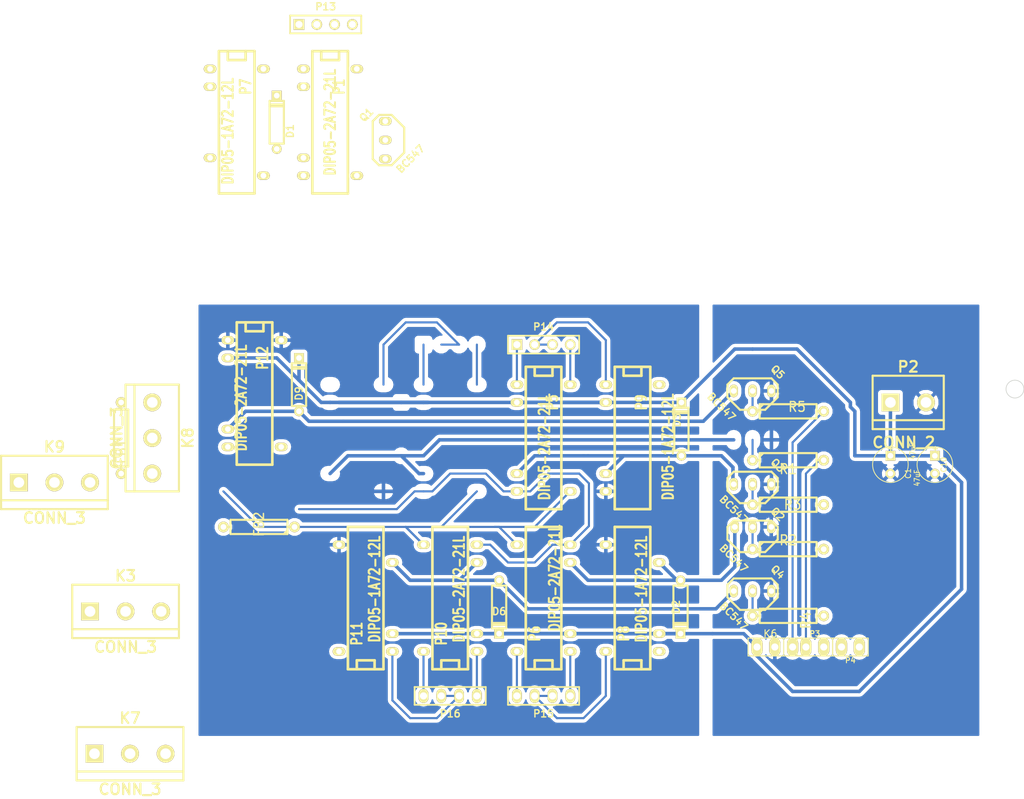
<source format=kicad_pcb>
(kicad_pcb (version 4) (host pcbnew 4.0.1-stable)

  (general
    (links 92)
    (no_connects 34)
    (area 74.277599 74.93 221.030001 145.8642)
    (thickness 1.6)
    (drawings 1)
    (tracks 155)
    (zones 0)
    (modules 40)
    (nets 35)
  )

  (page A3)
  (layers
    (0 F.Cu signal)
    (31 B.Cu signal)
    (33 F.Adhes user)
    (35 F.Paste user)
    (37 F.SilkS user)
    (39 F.Mask user)
    (44 Edge.Cuts user)
  )

  (setup
    (last_trace_width 0.3)
    (trace_clearance 0.3)
    (zone_clearance 0.5)
    (zone_45_only no)
    (trace_min 0.254)
    (segment_width 0.2)
    (edge_width 0.1)
    (via_size 0.889)
    (via_drill 0.635)
    (via_min_size 0.889)
    (via_min_drill 0.508)
    (uvia_size 0.508)
    (uvia_drill 0.127)
    (uvias_allowed no)
    (uvia_min_size 0.508)
    (uvia_min_drill 0.127)
    (pcb_text_width 0.3)
    (pcb_text_size 1.5 1.5)
    (mod_edge_width 0.15)
    (mod_text_size 1 1)
    (mod_text_width 0.15)
    (pad_size 1.2 1.8)
    (pad_drill 0.8128)
    (pad_to_mask_clearance 0.3)
    (solder_mask_min_width 0.3)
    (aux_axis_origin 0 0)
    (visible_elements FFFFFFBF)
    (pcbplotparams
      (layerselection 0x00030_80000001)
      (usegerberextensions false)
      (excludeedgelayer false)
      (linewidth 0.150000)
      (plotframeref false)
      (viasonmask false)
      (mode 1)
      (useauxorigin false)
      (hpglpennumber 1)
      (hpglpenspeed 20)
      (hpglpendiameter 15)
      (hpglpenoverlay 2)
      (psnegative false)
      (psa4output false)
      (plotreference true)
      (plotvalue true)
      (plotinvisibletext false)
      (padsonsilk false)
      (subtractmaskfromsilk false)
      (outputformat 5)
      (mirror false)
      (drillshape 1)
      (scaleselection 1)
      (outputdirectory output/))
  )

  (net 0 "")
  (net 1 /EN1)
  (net 2 /EN2)
  (net 3 /EN3)
  (net 4 /EN4)
  (net 5 /EN_MUTE)
  (net 6 /G_IN1)
  (net 7 /G_IN2)
  (net 8 /G_IN3)
  (net 9 /G_IN4)
  (net 10 /G_OUT)
  (net 11 /L_IN1)
  (net 12 /L_IN2)
  (net 13 /L_IN3)
  (net 14 /L_IN4)
  (net 15 /L_OUT)
  (net 16 /R_IN1)
  (net 17 /R_IN2)
  (net 18 /R_IN3)
  (net 19 /R_IN4)
  (net 20 /R_OUT)
  (net 21 /VCC)
  (net 22 GND)
  (net 23 N-00000112)
  (net 24 N-0000014)
  (net 25 N-0000023)
  (net 26 N-0000024)
  (net 27 N-0000030)
  (net 28 N-0000032)
  (net 29 N-0000042)
  (net 30 N-0000056)
  (net 31 N-0000057)
  (net 32 N-0000061)
  (net 33 N-0000062)
  (net 34 N-0000063)

  (net_class Default "This is the default net class."
    (clearance 0.3)
    (trace_width 0.3)
    (via_dia 0.889)
    (via_drill 0.635)
    (uvia_dia 0.508)
    (uvia_drill 0.127)
    (add_net /EN1)
    (add_net /EN2)
    (add_net /EN3)
    (add_net /EN4)
    (add_net /EN_MUTE)
    (add_net /G_IN1)
    (add_net /G_IN2)
    (add_net /G_IN3)
    (add_net /G_IN4)
    (add_net /G_OUT)
    (add_net /L_IN1)
    (add_net /L_IN2)
    (add_net /L_IN3)
    (add_net /L_IN4)
    (add_net /L_OUT)
    (add_net /R_IN1)
    (add_net /R_IN2)
    (add_net /R_IN3)
    (add_net /R_IN4)
    (add_net /R_OUT)
    (add_net N-0000024)
    (add_net N-0000030)
    (add_net N-0000032)
    (add_net N-0000056)
    (add_net N-0000057)
    (add_net N-0000062)
    (add_net N-0000063)
  )

  (net_class Power ""
    (clearance 0.5)
    (trace_width 0.5)
    (via_dia 0.889)
    (via_drill 0.635)
    (uvia_dia 0.508)
    (uvia_drill 0.127)
    (add_net /VCC)
    (add_net GND)
    (add_net N-00000112)
    (add_net N-0000014)
    (add_net N-0000023)
    (add_net N-0000042)
    (add_net N-0000061)
  )

  (module bc547 (layer F.Cu) (tedit 564B406A) (tstamp 55802DDB)
    (at 182.245 86.36 135)
    (descr bc547)
    (tags bc547)
    (path /55802790)
    (fp_text reference Q5 (at -1.27 3.81 135) (layer F.SilkS)
      (effects (font (size 1.016 1.016) (thickness 0.2032)))
    )
    (fp_text value BC547 (at 0.898026 -5.388154 135) (layer F.SilkS)
      (effects (font (size 1.016 1.016) (thickness 0.2032)))
    )
    (fp_line (start -1.27 2.54) (end 2.54 -1.27) (layer F.SilkS) (width 0.3048))
    (fp_line (start 2.54 -1.27) (end 2.54 -2.54) (layer F.SilkS) (width 0.3048))
    (fp_line (start 2.54 -2.54) (end 1.27 -3.81) (layer F.SilkS) (width 0.3048))
    (fp_line (start 1.27 -3.81) (end -1.27 -3.81) (layer F.SilkS) (width 0.3048))
    (fp_line (start -1.27 -3.81) (end -3.81 -1.27) (layer F.SilkS) (width 0.3048))
    (fp_line (start -3.81 -1.27) (end -3.81 1.27) (layer F.SilkS) (width 0.3048))
    (fp_line (start -3.81 1.27) (end -2.54 2.54) (layer F.SilkS) (width 0.3048))
    (fp_line (start -2.54 2.54) (end -1.27 2.54) (layer F.SilkS) (width 0.3048))
    (pad 1 thru_hole oval (at 1.27 -2.54 180) (size 1.2 1.8) (drill 0.8128) (layers *.Cu *.Mask F.SilkS)
      (net 25 N-0000023))
    (pad 2 thru_hole oval (at -0.635 -0.635 180) (size 1.2 1.8) (drill 0.8128) (layers *.Cu *.Mask F.SilkS)
      (net 26 N-0000024))
    (pad 3 thru_hole oval (at -2.54 1.27 180) (size 1.2 1.8) (drill 0.8128) (layers *.Cu *.Mask F.SilkS)
      (net 22 GND))
    (model discret/to98.wrl
      (at (xyz 0 0 0))
      (scale (xyz 1 1 1))
      (rotate (xyz 0 0 0))
    )
  )

  (module D3 (layer F.Cu) (tedit 564B534D) (tstamp 537DC5C5)
    (at 172.085 92.71 90)
    (descr "Diode 3 pas")
    (tags "DIODE DEV")
    (path /537DC253)
    (fp_text reference D3 (at 1.27 -0.635 90) (layer F.SilkS)
      (effects (font (size 1.016 1.016) (thickness 0.2032)))
    )
    (fp_text value DIODE (at 0 0 90) (layer F.SilkS) hide
      (effects (font (size 1.016 1.016) (thickness 0.2032)))
    )
    (fp_line (start 3.81 0) (end 3.048 0) (layer F.SilkS) (width 0.3048))
    (fp_line (start 3.048 0) (end 3.048 -1.016) (layer F.SilkS) (width 0.3048))
    (fp_line (start 3.048 -1.016) (end -3.048 -1.016) (layer F.SilkS) (width 0.3048))
    (fp_line (start -3.048 -1.016) (end -3.048 0) (layer F.SilkS) (width 0.3048))
    (fp_line (start -3.048 0) (end -3.81 0) (layer F.SilkS) (width 0.3048))
    (fp_line (start -3.048 0) (end -3.048 1.016) (layer F.SilkS) (width 0.3048))
    (fp_line (start -3.048 1.016) (end 3.048 1.016) (layer F.SilkS) (width 0.3048))
    (fp_line (start 3.048 1.016) (end 3.048 0) (layer F.SilkS) (width 0.3048))
    (fp_line (start 2.54 -1.016) (end 2.54 1.016) (layer F.SilkS) (width 0.3048))
    (fp_line (start 2.286 1.016) (end 2.286 -1.016) (layer F.SilkS) (width 0.3048))
    (pad 2 thru_hole rect (at 3.81 0 90) (size 1.397 1.397) (drill 0.8128) (layers *.Cu *.Mask F.SilkS)
      (net 21 /VCC))
    (pad 1 thru_hole circle (at -3.81 0 90) (size 1.397 1.397) (drill 0.8128) (layers *.Cu *.Mask F.SilkS)
      (net 23 N-00000112))
    (model discret/diode.wrl
      (at (xyz 0 0 0))
      (scale (xyz 0.3 0.3 0.3))
      (rotate (xyz 0 0 0))
    )
  )

  (module R4 (layer F.Cu) (tedit 537C7D69) (tstamp 545D241C)
    (at 187.325 97.155)
    (descr "Resitance 4 pas")
    (tags R)
    (path /537C7C41)
    (autoplace_cost180 10)
    (fp_text reference R1 (at 0 1.27) (layer F.SilkS)
      (effects (font (size 1.397 1.27) (thickness 0.2032)))
    )
    (fp_text value 12K (at 0 0) (layer F.SilkS) hide
      (effects (font (size 1.397 1.27) (thickness 0.2032)))
    )
    (fp_line (start -5.08 0) (end -4.064 0) (layer F.SilkS) (width 0.3048))
    (fp_line (start -4.064 0) (end -4.064 -1.016) (layer F.SilkS) (width 0.3048))
    (fp_line (start -4.064 -1.016) (end 4.064 -1.016) (layer F.SilkS) (width 0.3048))
    (fp_line (start 4.064 -1.016) (end 4.064 1.016) (layer F.SilkS) (width 0.3048))
    (fp_line (start 4.064 1.016) (end -4.064 1.016) (layer F.SilkS) (width 0.3048))
    (fp_line (start -4.064 1.016) (end -4.064 0) (layer F.SilkS) (width 0.3048))
    (fp_line (start -4.064 -0.508) (end -3.556 -1.016) (layer F.SilkS) (width 0.3048))
    (fp_line (start 5.08 0) (end 4.064 0) (layer F.SilkS) (width 0.3048))
    (pad 1 thru_hole circle (at -5.08 0) (size 1.524 1.524) (drill 0.8128) (layers *.Cu *.Mask F.SilkS)
      (net 33 N-0000062))
    (pad 2 thru_hole circle (at 5.08 0) (size 1.524 1.524) (drill 0.8128) (layers *.Cu *.Mask F.SilkS)
      (net 1 /EN1))
    (model discret/resistor.wrl
      (at (xyz 0 0 0))
      (scale (xyz 0.4 0.4 0.4))
      (rotate (xyz 0 0 0))
    )
  )

  (module DIP-14__300 (layer F.Cu) (tedit 564B7F40) (tstamp 537C7CA9)
    (at 121.92 48.895 270)
    (descr "14 pins DIL package, round pads")
    (tags DIL)
    (path /537C7ABA)
    (fp_text reference P1 (at -5.08 -1.27 270) (layer F.SilkS)
      (effects (font (size 1.524 1.143) (thickness 0.3048)))
    )
    (fp_text value DIP05-2A72-21L (at 0 0 270) (layer F.SilkS)
      (effects (font (size 1.524 1.143) (thickness 0.3048)))
    )
    (fp_line (start -10.16 -2.54) (end 10.16 -2.54) (layer F.SilkS) (width 0.381))
    (fp_line (start 10.16 2.54) (end -10.16 2.54) (layer F.SilkS) (width 0.381))
    (fp_line (start -10.16 2.54) (end -10.16 -2.54) (layer F.SilkS) (width 0.381))
    (fp_line (start -10.16 -1.27) (end -8.89 -1.27) (layer F.SilkS) (width 0.381))
    (fp_line (start -8.89 -1.27) (end -8.89 1.27) (layer F.SilkS) (width 0.381))
    (fp_line (start -8.89 1.27) (end -10.16 1.27) (layer F.SilkS) (width 0.381))
    (fp_line (start 10.16 -2.54) (end 10.16 2.54) (layer F.SilkS) (width 0.381))
    (pad 1 thru_hole oval (at -7.62 3.81 270) (size 1.2 1.8) (drill 0.8128) (layers *.Cu *.Mask F.SilkS)
      (net 11 /L_IN1))
    (pad 2 thru_hole oval (at -5.08 3.81 270) (size 1.2 1.8) (drill 0.8128) (layers *.Cu *.Mask F.SilkS)
      (net 21 /VCC))
    (pad 6 thru_hole oval (at 5.08 3.81 270) (size 1.2 1.8) (drill 0.8128) (layers *.Cu *.Mask F.SilkS)
      (net 32 N-0000061))
    (pad 7 thru_hole oval (at 7.62 3.81 270) (size 1.2 1.8) (drill 0.8128) (layers *.Cu *.Mask F.SilkS)
      (net 15 /L_OUT))
    (pad 8 thru_hole oval (at 7.62 -3.81 270) (size 1.2 1.8) (drill 0.8128) (layers *.Cu *.Mask F.SilkS)
      (net 20 /R_OUT))
    (pad 14 thru_hole oval (at -7.62 -3.81 270) (size 1.2 1.8) (drill 0.8128) (layers *.Cu *.Mask F.SilkS)
      (net 16 /R_IN1))
    (model dil/dil_14.wrl
      (at (xyz 0 0 0))
      (scale (xyz 1 1 1))
      (rotate (xyz 0 0 0))
    )
  )

  (module D3 (layer F.Cu) (tedit 537DC95C) (tstamp 564B6BFF)
    (at 114.3 48.895 90)
    (descr "Diode 3 pas")
    (tags "DIODE DEV")
    (path /537C7AE2)
    (fp_text reference D1 (at -1.27 1.905 90) (layer F.SilkS)
      (effects (font (size 1.016 1.016) (thickness 0.2032)))
    )
    (fp_text value DIODE (at 0 0 90) (layer F.SilkS) hide
      (effects (font (size 1.016 1.016) (thickness 0.2032)))
    )
    (fp_line (start 3.81 0) (end 3.048 0) (layer F.SilkS) (width 0.3048))
    (fp_line (start 3.048 0) (end 3.048 -1.016) (layer F.SilkS) (width 0.3048))
    (fp_line (start 3.048 -1.016) (end -3.048 -1.016) (layer F.SilkS) (width 0.3048))
    (fp_line (start -3.048 -1.016) (end -3.048 0) (layer F.SilkS) (width 0.3048))
    (fp_line (start -3.048 0) (end -3.81 0) (layer F.SilkS) (width 0.3048))
    (fp_line (start -3.048 0) (end -3.048 1.016) (layer F.SilkS) (width 0.3048))
    (fp_line (start -3.048 1.016) (end 3.048 1.016) (layer F.SilkS) (width 0.3048))
    (fp_line (start 3.048 1.016) (end 3.048 0) (layer F.SilkS) (width 0.3048))
    (fp_line (start 2.54 -1.016) (end 2.54 1.016) (layer F.SilkS) (width 0.3048))
    (fp_line (start 2.286 1.016) (end 2.286 -1.016) (layer F.SilkS) (width 0.3048))
    (pad 2 thru_hole rect (at 3.81 0 90) (size 1.397 1.397) (drill 0.8128) (layers *.Cu *.Mask F.SilkS)
      (net 21 /VCC))
    (pad 1 thru_hole circle (at -3.81 0 90) (size 1.397 1.397) (drill 0.8128) (layers *.Cu *.Mask F.SilkS)
      (net 32 N-0000061))
    (model discret/diode.wrl
      (at (xyz 0 0 0))
      (scale (xyz 0.3 0.3 0.3))
      (rotate (xyz 0 0 0))
    )
  )

  (module R4 (layer F.Cu) (tedit 564B9411) (tstamp 537DC54E)
    (at 187.325 103.505)
    (descr "Resitance 4 pas")
    (tags R)
    (path /537DC288)
    (autoplace_cost180 10)
    (fp_text reference R3 (at 0.635 0) (layer F.SilkS)
      (effects (font (size 1.397 1.27) (thickness 0.2032)))
    )
    (fp_text value 12K (at 0 0) (layer F.SilkS) hide
      (effects (font (size 1.397 1.27) (thickness 0.2032)))
    )
    (fp_line (start -5.08 0) (end -4.064 0) (layer F.SilkS) (width 0.3048))
    (fp_line (start -4.064 0) (end -4.064 -1.016) (layer F.SilkS) (width 0.3048))
    (fp_line (start -4.064 -1.016) (end 4.064 -1.016) (layer F.SilkS) (width 0.3048))
    (fp_line (start 4.064 -1.016) (end 4.064 1.016) (layer F.SilkS) (width 0.3048))
    (fp_line (start 4.064 1.016) (end -4.064 1.016) (layer F.SilkS) (width 0.3048))
    (fp_line (start -4.064 1.016) (end -4.064 0) (layer F.SilkS) (width 0.3048))
    (fp_line (start -4.064 -0.508) (end -3.556 -1.016) (layer F.SilkS) (width 0.3048))
    (fp_line (start 5.08 0) (end 4.064 0) (layer F.SilkS) (width 0.3048))
    (pad 1 thru_hole circle (at -5.08 0) (size 1.524 1.524) (drill 0.8128) (layers *.Cu *.Mask F.SilkS)
      (net 34 N-0000063))
    (pad 2 thru_hole circle (at 5.08 0) (size 1.524 1.524) (drill 0.8128) (layers *.Cu *.Mask F.SilkS)
      (net 2 /EN2))
    (model discret/resistor.wrl
      (at (xyz 0 0 0))
      (scale (xyz 0.4 0.4 0.4))
      (rotate (xyz 0 0 0))
    )
  )

  (module DIP-14__300 (layer F.Cu) (tedit 564B6BE8) (tstamp 537DC583)
    (at 152.4 93.98 270)
    (descr "14 pins DIL package, round pads")
    (tags DIL)
    (path /537DC24D)
    (fp_text reference P5 (at -5.08 -1.27 270) (layer F.SilkS)
      (effects (font (size 1.524 1.143) (thickness 0.3048)))
    )
    (fp_text value DIP05-2A72-21L (at 1.27 -0.127 270) (layer F.SilkS)
      (effects (font (size 1.524 1.143) (thickness 0.3048)))
    )
    (fp_line (start -10.16 -2.54) (end 10.16 -2.54) (layer F.SilkS) (width 0.381))
    (fp_line (start 10.16 2.54) (end -10.16 2.54) (layer F.SilkS) (width 0.381))
    (fp_line (start -10.16 2.54) (end -10.16 -2.54) (layer F.SilkS) (width 0.381))
    (fp_line (start -10.16 -1.27) (end -8.89 -1.27) (layer F.SilkS) (width 0.381))
    (fp_line (start -8.89 -1.27) (end -8.89 1.27) (layer F.SilkS) (width 0.381))
    (fp_line (start -8.89 1.27) (end -10.16 1.27) (layer F.SilkS) (width 0.381))
    (fp_line (start 10.16 -2.54) (end 10.16 2.54) (layer F.SilkS) (width 0.381))
    (pad 1 thru_hole oval (at -7.62 3.81 270) (size 1.2 1.8) (drill 0.8128) (layers *.Cu *.Mask F.SilkS)
      (net 12 /L_IN2))
    (pad 2 thru_hole oval (at -5.08 3.81 270) (size 1.2 1.8) (drill 0.8128) (layers *.Cu *.Mask F.SilkS)
      (net 21 /VCC))
    (pad 6 thru_hole oval (at 5.08 3.81 270) (size 1.2 1.8) (drill 0.8128) (layers *.Cu *.Mask F.SilkS)
      (net 23 N-00000112))
    (pad 7 thru_hole oval (at 7.62 3.81 270) (size 1.2 1.8) (drill 0.8128) (layers *.Cu *.Mask F.SilkS)
      (net 15 /L_OUT))
    (pad 8 thru_hole oval (at 7.62 -3.81 270) (size 1.2 1.8) (drill 0.8128) (layers *.Cu *.Mask F.SilkS)
      (net 20 /R_OUT))
    (pad 14 thru_hole oval (at -7.62 -3.81 270) (size 1.2 1.8) (drill 0.8128) (layers *.Cu *.Mask F.SilkS)
      (net 17 /R_IN2))
    (model dil/dil_14.wrl
      (at (xyz 0 0 0))
      (scale (xyz 1 1 1))
      (rotate (xyz 0 0 0))
    )
  )

  (module bornier2 (layer F.Cu) (tedit 545D2009) (tstamp 537DC615)
    (at 204.47 88.9)
    (descr "Bornier d'alimentation 2 pins")
    (tags DEV)
    (path /537C7CF0)
    (fp_text reference P2 (at 0 -5.08) (layer F.SilkS)
      (effects (font (thickness 0.3048)))
    )
    (fp_text value CONN_2 (at -0.635 5.715) (layer F.SilkS)
      (effects (font (thickness 0.3048)))
    )
    (fp_line (start 5.08 2.54) (end -5.08 2.54) (layer F.SilkS) (width 0.3048))
    (fp_line (start 5.08 3.81) (end 5.08 -3.81) (layer F.SilkS) (width 0.3048))
    (fp_line (start 5.08 -3.81) (end -5.08 -3.81) (layer F.SilkS) (width 0.3048))
    (fp_line (start -5.08 -3.81) (end -5.08 3.81) (layer F.SilkS) (width 0.3048))
    (fp_line (start -5.08 3.81) (end 5.08 3.81) (layer F.SilkS) (width 0.3048))
    (pad 1 thru_hole rect (at -2.54 0) (size 2.54 2.54) (drill 1.524) (layers *.Cu *.Mask F.SilkS)
      (net 21 /VCC))
    (pad 2 thru_hole circle (at 2.54 0) (size 2.54 2.54) (drill 1.524) (layers *.Cu *.Mask F.SilkS)
      (net 22 GND))
    (model device/bornier_2.wrl
      (at (xyz 0 0 0))
      (scale (xyz 1 1 1))
      (rotate (xyz 0 0 0))
    )
  )

  (module DIP-14__300 (layer F.Cu) (tedit 564B6D94) (tstamp 564B77E8)
    (at 108.585 48.895 270)
    (descr "14 pins DIL package, round pads")
    (tags DIL)
    (path /5382156C)
    (fp_text reference P7 (at -5.08 -1.27 270) (layer F.SilkS)
      (effects (font (size 1.524 1.143) (thickness 0.3048)))
    )
    (fp_text value DIP05-1A72-12L (at 1.27 1.27 270) (layer F.SilkS)
      (effects (font (size 1.524 1.143) (thickness 0.3048)))
    )
    (fp_line (start -10.16 -2.54) (end 10.16 -2.54) (layer F.SilkS) (width 0.381))
    (fp_line (start 10.16 2.54) (end -10.16 2.54) (layer F.SilkS) (width 0.381))
    (fp_line (start -10.16 2.54) (end -10.16 -2.54) (layer F.SilkS) (width 0.381))
    (fp_line (start -10.16 -1.27) (end -8.89 -1.27) (layer F.SilkS) (width 0.381))
    (fp_line (start -8.89 -1.27) (end -8.89 1.27) (layer F.SilkS) (width 0.381))
    (fp_line (start -8.89 1.27) (end -10.16 1.27) (layer F.SilkS) (width 0.381))
    (fp_line (start 10.16 -2.54) (end 10.16 2.54) (layer F.SilkS) (width 0.381))
    (pad 1 thru_hole oval (at -7.62 3.81 270) (size 1.2 1.8) (drill 0.8128) (layers *.Cu *.Mask F.SilkS))
    (pad 2 thru_hole oval (at -5.08 3.81 270) (size 1.2 1.8) (drill 0.8128) (layers *.Cu *.Mask F.SilkS)
      (net 21 /VCC))
    (pad 6 thru_hole oval (at 5.08 3.81 270) (size 1.2 1.8) (drill 0.8128) (layers *.Cu *.Mask F.SilkS)
      (net 32 N-0000061))
    (pad 8 thru_hole oval (at 7.62 -3.81 270) (size 1.2 1.8) (drill 0.8128) (layers *.Cu *.Mask F.SilkS)
      (net 10 /G_OUT))
    (pad 14 thru_hole oval (at -7.62 -3.81 270) (size 1.2 1.8) (drill 0.8128) (layers *.Cu *.Mask F.SilkS)
      (net 6 /G_IN1))
    (model dil/dil_14.wrl
      (at (xyz 0 0 0))
      (scale (xyz 1 1 1))
      (rotate (xyz 0 0 0))
    )
  )

  (module DIP-14__300 (layer F.Cu) (tedit 564B9390) (tstamp 5382181F)
    (at 165.1 93.98 270)
    (descr "14 pins DIL package, round pads")
    (tags DIL)
    (path /53821889)
    (fp_text reference P9 (at -5.08 -1.27 270) (layer F.SilkS)
      (effects (font (size 1.524 1.143) (thickness 0.3048)))
    )
    (fp_text value DIP05-1A72-12L (at 1.27 -5.08 270) (layer F.SilkS)
      (effects (font (size 1.524 1.143) (thickness 0.3048)))
    )
    (fp_line (start -10.16 -2.54) (end 10.16 -2.54) (layer F.SilkS) (width 0.381))
    (fp_line (start 10.16 2.54) (end -10.16 2.54) (layer F.SilkS) (width 0.381))
    (fp_line (start -10.16 2.54) (end -10.16 -2.54) (layer F.SilkS) (width 0.381))
    (fp_line (start -10.16 -1.27) (end -8.89 -1.27) (layer F.SilkS) (width 0.381))
    (fp_line (start -8.89 -1.27) (end -8.89 1.27) (layer F.SilkS) (width 0.381))
    (fp_line (start -8.89 1.27) (end -10.16 1.27) (layer F.SilkS) (width 0.381))
    (fp_line (start 10.16 -2.54) (end 10.16 2.54) (layer F.SilkS) (width 0.381))
    (pad 1 thru_hole oval (at -7.62 3.81 270) (size 1.2 1.8) (drill 0.8128) (layers *.Cu *.Mask F.SilkS)
      (net 7 /G_IN2))
    (pad 2 thru_hole oval (at -5.08 3.81 270) (size 1.2 1.8) (drill 0.8128) (layers *.Cu *.Mask F.SilkS)
      (net 21 /VCC))
    (pad 6 thru_hole oval (at 5.08 3.81 270) (size 1.2 1.8) (drill 0.8128) (layers *.Cu *.Mask F.SilkS)
      (net 23 N-00000112))
    (pad 8 thru_hole oval (at 7.62 3.81 270) (size 1.2 1.8) (drill 0.8128) (layers *.Cu *.Mask F.SilkS)
      (net 10 /G_OUT))
    (pad 14 thru_hole oval (at -7.62 -3.81 270) (size 1.2 1.8) (drill 0.8128) (layers *.Cu *.Mask F.SilkS))
    (model dil/dil_14.wrl
      (at (xyz 0 0 0))
      (scale (xyz 1 1 1))
      (rotate (xyz 0 0 0))
    )
  )

  (module PIN_ARRAY_2X1 (layer F.Cu) (tedit 548399A2) (tstamp 537DC5F2)
    (at 191.135 123.825)
    (descr "Connecteurs 2 pins")
    (tags "CONN DEV")
    (path /53830038)
    (fp_text reference P3 (at 0 -1.905) (layer F.SilkS)
      (effects (font (size 0.762 0.762) (thickness 0.1524)))
    )
    (fp_text value CONN_2 (at 0 -1.905) (layer F.SilkS) hide
      (effects (font (size 0.762 0.762) (thickness 0.1524)))
    )
    (fp_line (start -2.54 1.27) (end -2.54 -1.27) (layer F.SilkS) (width 0.1524))
    (fp_line (start -2.54 -1.27) (end 2.54 -1.27) (layer F.SilkS) (width 0.1524))
    (fp_line (start 2.54 -1.27) (end 2.54 1.27) (layer F.SilkS) (width 0.1524))
    (fp_line (start 2.54 1.27) (end -2.54 1.27) (layer F.SilkS) (width 0.1524))
    (pad 1 thru_hole oval (at -1.27 0) (size 1.6 2.6) (drill 1.016) (layers *.Cu *.Mask F.SilkS)
      (net 1 /EN1))
    (pad 2 thru_hole oval (at 1.27 0) (size 1.6 2.6) (drill 1.016) (layers *.Cu *.Mask F.SilkS)
      (net 2 /EN2))
    (model pin_array/pins_array_2x1.wrl
      (at (xyz 0 0 0))
      (scale (xyz 1 1 1))
      (rotate (xyz 0 0 0))
    )
  )

  (module C1V5 (layer F.Cu) (tedit 564B3E5C) (tstamp 5383036B)
    (at 201.93 97.79 270)
    (descr "Condensateur e = 1 pas")
    (tags C)
    (path /538301F0)
    (fp_text reference C1 (at 1.27 -2.54 270) (layer F.SilkS)
      (effects (font (size 0.762 0.762) (thickness 0.127)))
    )
    (fp_text value 47uF (at -1.905 -3.175 270) (layer F.SilkS)
      (effects (font (size 0.762 0.635) (thickness 0.127)))
    )
    (fp_text user + (at -2.286 0 270) (layer F.SilkS)
      (effects (font (size 0.762 0.762) (thickness 0.2032)))
    )
    (fp_circle (center 0 0) (end 0.127 -2.54) (layer F.SilkS) (width 0.127))
    (pad 1 thru_hole rect (at -1.27 0 270) (size 1.397 1.397) (drill 0.8128) (layers *.Cu *.Mask F.SilkS)
      (net 21 /VCC))
    (pad 2 thru_hole circle (at 1.27 0 270) (size 1.397 1.397) (drill 0.8128) (layers *.Cu *.Mask F.SilkS)
      (net 22 GND))
    (model discret/c_vert_c1v5.wrl
      (at (xyz 0 0 0))
      (scale (xyz 1 1 1))
      (rotate (xyz 0 0 0))
    )
  )

  (module R4 (layer F.Cu) (tedit 545D1D8D) (tstamp 564B92DE)
    (at 187.325 109.855)
    (descr "Resitance 4 pas")
    (tags R)
    (path /545CDBDB)
    (autoplace_cost180 10)
    (fp_text reference R2 (at 0 -1.27) (layer F.SilkS)
      (effects (font (size 1.397 1.27) (thickness 0.2032)))
    )
    (fp_text value 12K (at 0 0) (layer F.SilkS) hide
      (effects (font (size 1.397 1.27) (thickness 0.2032)))
    )
    (fp_line (start -5.08 0) (end -4.064 0) (layer F.SilkS) (width 0.3048))
    (fp_line (start -4.064 0) (end -4.064 -1.016) (layer F.SilkS) (width 0.3048))
    (fp_line (start -4.064 -1.016) (end 4.064 -1.016) (layer F.SilkS) (width 0.3048))
    (fp_line (start 4.064 -1.016) (end 4.064 1.016) (layer F.SilkS) (width 0.3048))
    (fp_line (start 4.064 1.016) (end -4.064 1.016) (layer F.SilkS) (width 0.3048))
    (fp_line (start -4.064 1.016) (end -4.064 0) (layer F.SilkS) (width 0.3048))
    (fp_line (start -4.064 -0.508) (end -3.556 -1.016) (layer F.SilkS) (width 0.3048))
    (fp_line (start 5.08 0) (end 4.064 0) (layer F.SilkS) (width 0.3048))
    (pad 1 thru_hole circle (at -5.08 0) (size 1.524 1.524) (drill 0.8128) (layers *.Cu *.Mask F.SilkS)
      (net 27 N-0000030))
    (pad 2 thru_hole circle (at 5.08 0) (size 1.524 1.524) (drill 0.8128) (layers *.Cu *.Mask F.SilkS)
      (net 3 /EN3))
    (model discret/resistor.wrl
      (at (xyz 0 0 0))
      (scale (xyz 0.4 0.4 0.4))
      (rotate (xyz 0 0 0))
    )
  )

  (module R4 (layer F.Cu) (tedit 564B953D) (tstamp 564B92CF)
    (at 187.325 119.38)
    (descr "Resitance 4 pas")
    (tags R)
    (path /545CDC0D)
    (autoplace_cost180 10)
    (fp_text reference R4 (at 2.54 0.635 90) (layer F.SilkS)
      (effects (font (size 1.397 1.27) (thickness 0.2032)))
    )
    (fp_text value 12K (at 0 0) (layer F.SilkS) hide
      (effects (font (size 1.397 1.27) (thickness 0.2032)))
    )
    (fp_line (start -5.08 0) (end -4.064 0) (layer F.SilkS) (width 0.3048))
    (fp_line (start -4.064 0) (end -4.064 -1.016) (layer F.SilkS) (width 0.3048))
    (fp_line (start -4.064 -1.016) (end 4.064 -1.016) (layer F.SilkS) (width 0.3048))
    (fp_line (start 4.064 -1.016) (end 4.064 1.016) (layer F.SilkS) (width 0.3048))
    (fp_line (start 4.064 1.016) (end -4.064 1.016) (layer F.SilkS) (width 0.3048))
    (fp_line (start -4.064 1.016) (end -4.064 0) (layer F.SilkS) (width 0.3048))
    (fp_line (start -4.064 -0.508) (end -3.556 -1.016) (layer F.SilkS) (width 0.3048))
    (fp_line (start 5.08 0) (end 4.064 0) (layer F.SilkS) (width 0.3048))
    (pad 1 thru_hole circle (at -5.08 0) (size 1.524 1.524) (drill 0.8128) (layers *.Cu *.Mask F.SilkS)
      (net 28 N-0000032))
    (pad 2 thru_hole circle (at 5.08 0) (size 1.524 1.524) (drill 0.8128) (layers *.Cu *.Mask F.SilkS)
      (net 4 /EN4))
    (model discret/resistor.wrl
      (at (xyz 0 0 0))
      (scale (xyz 0.4 0.4 0.4))
      (rotate (xyz 0 0 0))
    )
  )

  (module PIN_ARRAY_2X1 (layer F.Cu) (tedit 548399AC) (tstamp 545CDC27)
    (at 196.215 123.825 180)
    (descr "Connecteurs 2 pins")
    (tags "CONN DEV")
    (path /545CDC8E)
    (fp_text reference P4 (at 0 -1.905 180) (layer F.SilkS)
      (effects (font (size 0.762 0.762) (thickness 0.1524)))
    )
    (fp_text value CONN_2 (at 0 -1.905 180) (layer F.SilkS) hide
      (effects (font (size 0.762 0.762) (thickness 0.1524)))
    )
    (fp_line (start -2.54 1.27) (end -2.54 -1.27) (layer F.SilkS) (width 0.1524))
    (fp_line (start -2.54 -1.27) (end 2.54 -1.27) (layer F.SilkS) (width 0.1524))
    (fp_line (start 2.54 -1.27) (end 2.54 1.27) (layer F.SilkS) (width 0.1524))
    (fp_line (start 2.54 1.27) (end -2.54 1.27) (layer F.SilkS) (width 0.1524))
    (pad 1 thru_hole oval (at -1.27 0 180) (size 1.6 2.6) (drill 1.016) (layers *.Cu *.Mask F.SilkS)
      (net 3 /EN3))
    (pad 2 thru_hole oval (at 1.27 0 180) (size 1.6 2.6) (drill 1.016) (layers *.Cu *.Mask F.SilkS)
      (net 4 /EN4))
    (model pin_array/pins_array_2x1.wrl
      (at (xyz 0 0 0))
      (scale (xyz 1 1 1))
      (rotate (xyz 0 0 0))
    )
  )

  (module DIP-14__300 (layer F.Cu) (tedit 564B0BE2) (tstamp 545CDC40)
    (at 152.4 116.84 90)
    (descr "14 pins DIL package, round pads")
    (tags DIL)
    (path /545CDBB0)
    (fp_text reference P6 (at -5.08 -1.27 90) (layer F.SilkS)
      (effects (font (size 1.524 1.143) (thickness 0.3048)))
    )
    (fp_text value DIP05-2A72-21L (at 2.8575 1.5875 90) (layer F.SilkS)
      (effects (font (size 1.524 1.143) (thickness 0.3048)))
    )
    (fp_line (start -10.16 -2.54) (end 10.16 -2.54) (layer F.SilkS) (width 0.381))
    (fp_line (start 10.16 2.54) (end -10.16 2.54) (layer F.SilkS) (width 0.381))
    (fp_line (start -10.16 2.54) (end -10.16 -2.54) (layer F.SilkS) (width 0.381))
    (fp_line (start -10.16 -1.27) (end -8.89 -1.27) (layer F.SilkS) (width 0.381))
    (fp_line (start -8.89 -1.27) (end -8.89 1.27) (layer F.SilkS) (width 0.381))
    (fp_line (start -8.89 1.27) (end -10.16 1.27) (layer F.SilkS) (width 0.381))
    (fp_line (start 10.16 -2.54) (end 10.16 2.54) (layer F.SilkS) (width 0.381))
    (pad 1 thru_hole oval (at -7.62 3.81 90) (size 1.2 1.8) (drill 0.8128) (layers *.Cu *.Mask F.SilkS)
      (net 13 /L_IN3))
    (pad 2 thru_hole oval (at -5.08 3.81 90) (size 1.2 1.8) (drill 0.8128) (layers *.Cu *.Mask F.SilkS)
      (net 21 /VCC))
    (pad 6 thru_hole oval (at 5.08 3.81 90) (size 1.2 1.8) (drill 0.8128) (layers *.Cu *.Mask F.SilkS)
      (net 29 N-0000042))
    (pad 7 thru_hole oval (at 7.62 3.81 90) (size 1.2 1.8) (drill 0.8128) (layers *.Cu *.Mask F.SilkS)
      (net 15 /L_OUT))
    (pad 8 thru_hole oval (at 7.62 -3.81 90) (size 1.2 1.8) (drill 0.8128) (layers *.Cu *.Mask F.SilkS)
      (net 20 /R_OUT))
    (pad 14 thru_hole oval (at -7.62 -3.81 90) (size 1.2 1.8) (drill 0.8128) (layers *.Cu *.Mask F.SilkS)
      (net 18 /R_IN3))
    (model dil/dil_14.wrl
      (at (xyz 0 0 0))
      (scale (xyz 1 1 1))
      (rotate (xyz 0 0 0))
    )
  )

  (module DIP-14__300 (layer F.Cu) (tedit 564B052F) (tstamp 545CDC59)
    (at 139.065 116.84 90)
    (descr "14 pins DIL package, round pads")
    (tags DIL)
    (path /545CDBE9)
    (fp_text reference P10 (at -5.08 -1.27 90) (layer F.SilkS)
      (effects (font (size 1.524 1.143) (thickness 0.3048)))
    )
    (fp_text value DIP05-2A72-21L (at 1.27 1.27 90) (layer F.SilkS)
      (effects (font (size 1.524 1.143) (thickness 0.3048)))
    )
    (fp_line (start -10.16 -2.54) (end 10.16 -2.54) (layer F.SilkS) (width 0.381))
    (fp_line (start 10.16 2.54) (end -10.16 2.54) (layer F.SilkS) (width 0.381))
    (fp_line (start -10.16 2.54) (end -10.16 -2.54) (layer F.SilkS) (width 0.381))
    (fp_line (start -10.16 -1.27) (end -8.89 -1.27) (layer F.SilkS) (width 0.381))
    (fp_line (start -8.89 -1.27) (end -8.89 1.27) (layer F.SilkS) (width 0.381))
    (fp_line (start -8.89 1.27) (end -10.16 1.27) (layer F.SilkS) (width 0.381))
    (fp_line (start 10.16 -2.54) (end 10.16 2.54) (layer F.SilkS) (width 0.381))
    (pad 1 thru_hole oval (at -7.62 3.81 90) (size 1.2 1.8) (drill 0.8128) (layers *.Cu *.Mask F.SilkS)
      (net 14 /L_IN4))
    (pad 2 thru_hole oval (at -5.08 3.81 90) (size 1.2 1.8) (drill 0.8128) (layers *.Cu *.Mask F.SilkS)
      (net 21 /VCC))
    (pad 6 thru_hole oval (at 5.08 3.81 90) (size 1.2 1.8) (drill 0.8128) (layers *.Cu *.Mask F.SilkS)
      (net 24 N-0000014))
    (pad 7 thru_hole oval (at 7.62 3.81 90) (size 1.2 1.8) (drill 0.8128) (layers *.Cu *.Mask F.SilkS)
      (net 15 /L_OUT))
    (pad 8 thru_hole oval (at 7.62 -3.81 90) (size 1.2 1.8) (drill 0.8128) (layers *.Cu *.Mask F.SilkS)
      (net 20 /R_OUT))
    (pad 14 thru_hole oval (at -7.62 -3.81 90) (size 1.2 1.8) (drill 0.8128) (layers *.Cu *.Mask F.SilkS)
      (net 19 /R_IN4))
    (model dil/dil_14.wrl
      (at (xyz 0 0 0))
      (scale (xyz 1 1 1))
      (rotate (xyz 0 0 0))
    )
  )

  (module DIP-14__300 (layer F.Cu) (tedit 564B0BCE) (tstamp 545CDC72)
    (at 165.1 116.84 90)
    (descr "14 pins DIL package, round pads")
    (tags DIL)
    (path /545CDC34)
    (fp_text reference P8 (at -5.08 -1.27 90) (layer F.SilkS)
      (effects (font (size 1.524 1.143) (thickness 0.3048)))
    )
    (fp_text value DIP05-1A72-12L (at 1.27 1.27 90) (layer F.SilkS)
      (effects (font (size 1.524 1.143) (thickness 0.3048)))
    )
    (fp_line (start -10.16 -2.54) (end 10.16 -2.54) (layer F.SilkS) (width 0.381))
    (fp_line (start 10.16 2.54) (end -10.16 2.54) (layer F.SilkS) (width 0.381))
    (fp_line (start -10.16 2.54) (end -10.16 -2.54) (layer F.SilkS) (width 0.381))
    (fp_line (start -10.16 -1.27) (end -8.89 -1.27) (layer F.SilkS) (width 0.381))
    (fp_line (start -8.89 -1.27) (end -8.89 1.27) (layer F.SilkS) (width 0.381))
    (fp_line (start -8.89 1.27) (end -10.16 1.27) (layer F.SilkS) (width 0.381))
    (fp_line (start 10.16 -2.54) (end 10.16 2.54) (layer F.SilkS) (width 0.381))
    (pad 1 thru_hole oval (at -7.62 3.81 90) (size 1.2 1.8) (drill 0.8128) (layers *.Cu *.Mask F.SilkS))
    (pad 2 thru_hole oval (at -5.08 3.81 90) (size 1.2 1.8) (drill 0.8128) (layers *.Cu *.Mask F.SilkS)
      (net 21 /VCC))
    (pad 6 thru_hole oval (at 5.08 3.81 90) (size 1.2 1.8) (drill 0.8128) (layers *.Cu *.Mask F.SilkS)
      (net 29 N-0000042))
    (pad 8 thru_hole oval (at 7.62 -3.81 90) (size 1.2 1.8) (drill 0.8128) (layers *.Cu *.Mask F.SilkS)
      (net 10 /G_OUT))
    (pad 14 thru_hole oval (at -7.62 -3.81 90) (size 1.2 1.8) (drill 0.8128) (layers *.Cu *.Mask F.SilkS)
      (net 8 /G_IN3))
    (model dil/dil_14.wrl
      (at (xyz 0 0 0))
      (scale (xyz 1 1 1))
      (rotate (xyz 0 0 0))
    )
  )

  (module D3 (layer F.Cu) (tedit 564B68F6) (tstamp 545CDC9B)
    (at 171.958 118.11 270)
    (descr "Diode 3 pas")
    (tags "DIODE DEV")
    (path /545CDBB6)
    (fp_text reference D2 (at 0 0.635 270) (layer F.SilkS)
      (effects (font (size 1.016 1.016) (thickness 0.2032)))
    )
    (fp_text value DIODE (at 0 0 270) (layer F.SilkS) hide
      (effects (font (size 1.016 1.016) (thickness 0.2032)))
    )
    (fp_line (start 3.81 0) (end 3.048 0) (layer F.SilkS) (width 0.3048))
    (fp_line (start 3.048 0) (end 3.048 -1.016) (layer F.SilkS) (width 0.3048))
    (fp_line (start 3.048 -1.016) (end -3.048 -1.016) (layer F.SilkS) (width 0.3048))
    (fp_line (start -3.048 -1.016) (end -3.048 0) (layer F.SilkS) (width 0.3048))
    (fp_line (start -3.048 0) (end -3.81 0) (layer F.SilkS) (width 0.3048))
    (fp_line (start -3.048 0) (end -3.048 1.016) (layer F.SilkS) (width 0.3048))
    (fp_line (start -3.048 1.016) (end 3.048 1.016) (layer F.SilkS) (width 0.3048))
    (fp_line (start 3.048 1.016) (end 3.048 0) (layer F.SilkS) (width 0.3048))
    (fp_line (start 2.54 -1.016) (end 2.54 1.016) (layer F.SilkS) (width 0.3048))
    (fp_line (start 2.286 1.016) (end 2.286 -1.016) (layer F.SilkS) (width 0.3048))
    (pad 2 thru_hole rect (at 3.81 0 270) (size 1.397 1.397) (drill 0.8128) (layers *.Cu *.Mask F.SilkS)
      (net 21 /VCC))
    (pad 1 thru_hole circle (at -3.81 0 270) (size 1.397 1.397) (drill 0.8128) (layers *.Cu *.Mask F.SilkS)
      (net 29 N-0000042))
    (model discret/diode.wrl
      (at (xyz 0 0 0))
      (scale (xyz 0.3 0.3 0.3))
      (rotate (xyz 0 0 0))
    )
  )

  (module D3 (layer F.Cu) (tedit 545CE4FB) (tstamp 545CDCAB)
    (at 146.05 118.11 270)
    (descr "Diode 3 pas")
    (tags "DIODE DEV")
    (path /545CDBEF)
    (fp_text reference D6 (at 0.635 0 360) (layer F.SilkS)
      (effects (font (size 1.016 1.016) (thickness 0.2032)))
    )
    (fp_text value DIODE (at 0 0 270) (layer F.SilkS) hide
      (effects (font (size 1.016 1.016) (thickness 0.2032)))
    )
    (fp_line (start 3.81 0) (end 3.048 0) (layer F.SilkS) (width 0.3048))
    (fp_line (start 3.048 0) (end 3.048 -1.016) (layer F.SilkS) (width 0.3048))
    (fp_line (start 3.048 -1.016) (end -3.048 -1.016) (layer F.SilkS) (width 0.3048))
    (fp_line (start -3.048 -1.016) (end -3.048 0) (layer F.SilkS) (width 0.3048))
    (fp_line (start -3.048 0) (end -3.81 0) (layer F.SilkS) (width 0.3048))
    (fp_line (start -3.048 0) (end -3.048 1.016) (layer F.SilkS) (width 0.3048))
    (fp_line (start -3.048 1.016) (end 3.048 1.016) (layer F.SilkS) (width 0.3048))
    (fp_line (start 3.048 1.016) (end 3.048 0) (layer F.SilkS) (width 0.3048))
    (fp_line (start 2.54 -1.016) (end 2.54 1.016) (layer F.SilkS) (width 0.3048))
    (fp_line (start 2.286 1.016) (end 2.286 -1.016) (layer F.SilkS) (width 0.3048))
    (pad 2 thru_hole rect (at 3.81 0 270) (size 1.397 1.397) (drill 0.8128) (layers *.Cu *.Mask F.SilkS)
      (net 21 /VCC))
    (pad 1 thru_hole circle (at -3.81 0 270) (size 1.397 1.397) (drill 0.8128) (layers *.Cu *.Mask F.SilkS)
      (net 24 N-0000014))
    (model discret/diode.wrl
      (at (xyz 0 0 0))
      (scale (xyz 0.3 0.3 0.3))
      (rotate (xyz 0 0 0))
    )
  )

  (module DIP-14__300 (layer F.Cu) (tedit 564B55D7) (tstamp 545CDC8B)
    (at 127 116.84 90)
    (descr "14 pins DIL package, round pads")
    (tags DIL)
    (path /545CDC51)
    (fp_text reference P11 (at -5.08 -1.27 90) (layer F.SilkS)
      (effects (font (size 1.524 1.143) (thickness 0.3048)))
    )
    (fp_text value DIP05-1A72-12L (at 1.27 1.27 90) (layer F.SilkS)
      (effects (font (size 1.524 1.143) (thickness 0.3048)))
    )
    (fp_line (start -10.16 -2.54) (end 10.16 -2.54) (layer F.SilkS) (width 0.381))
    (fp_line (start 10.16 2.54) (end -10.16 2.54) (layer F.SilkS) (width 0.381))
    (fp_line (start -10.16 2.54) (end -10.16 -2.54) (layer F.SilkS) (width 0.381))
    (fp_line (start -10.16 -1.27) (end -8.89 -1.27) (layer F.SilkS) (width 0.381))
    (fp_line (start -8.89 -1.27) (end -8.89 1.27) (layer F.SilkS) (width 0.381))
    (fp_line (start -8.89 1.27) (end -10.16 1.27) (layer F.SilkS) (width 0.381))
    (fp_line (start 10.16 -2.54) (end 10.16 2.54) (layer F.SilkS) (width 0.381))
    (pad 1 thru_hole oval (at -7.62 3.81 90) (size 1.2 1.8) (drill 0.8128) (layers *.Cu *.Mask F.SilkS)
      (net 9 /G_IN4))
    (pad 2 thru_hole oval (at -5.08 3.81 90) (size 1.2 1.8) (drill 0.8128) (layers *.Cu *.Mask F.SilkS)
      (net 21 /VCC))
    (pad 6 thru_hole oval (at 5.08 3.81 90) (size 1.2 1.8) (drill 0.8128) (layers *.Cu *.Mask F.SilkS)
      (net 24 N-0000014))
    (pad 8 thru_hole oval (at 7.62 -3.81 90) (size 1.2 1.8) (drill 0.8128) (layers *.Cu *.Mask F.SilkS)
      (net 10 /G_OUT))
    (pad 14 thru_hole oval (at -7.62 -3.81 90) (size 1.2 1.8) (drill 0.8128) (layers *.Cu *.Mask F.SilkS))
    (model dil/dil_14.wrl
      (at (xyz 0 0 0))
      (scale (xyz 1 1 1))
      (rotate (xyz 0 0 0))
    )
  )

  (module bc547 (layer F.Cu) (tedit 564B4062) (tstamp 537C7C82)
    (at 128.905 51.435 225)
    (descr bc547)
    (tags bc547)
    (path /537C7A2D)
    (fp_text reference Q1 (at -1.27 3.81 225) (layer F.SilkS)
      (effects (font (size 1.016 1.016) (thickness 0.2032)))
    )
    (fp_text value BC547 (at -1.27 -5.08 225) (layer F.SilkS)
      (effects (font (size 1.016 1.016) (thickness 0.2032)))
    )
    (fp_line (start -1.27 2.54) (end 2.54 -1.27) (layer F.SilkS) (width 0.3048))
    (fp_line (start 2.54 -1.27) (end 2.54 -2.54) (layer F.SilkS) (width 0.3048))
    (fp_line (start 2.54 -2.54) (end 1.27 -3.81) (layer F.SilkS) (width 0.3048))
    (fp_line (start 1.27 -3.81) (end -1.27 -3.81) (layer F.SilkS) (width 0.3048))
    (fp_line (start -1.27 -3.81) (end -3.81 -1.27) (layer F.SilkS) (width 0.3048))
    (fp_line (start -3.81 -1.27) (end -3.81 1.27) (layer F.SilkS) (width 0.3048))
    (fp_line (start -3.81 1.27) (end -2.54 2.54) (layer F.SilkS) (width 0.3048))
    (fp_line (start -2.54 2.54) (end -1.27 2.54) (layer F.SilkS) (width 0.3048))
    (pad 1 thru_hole oval (at 1.27 -2.54 270) (size 1.2 1.8) (drill 0.8128) (layers *.Cu *.Mask F.SilkS)
      (net 32 N-0000061))
    (pad 2 thru_hole oval (at -0.635 -0.635 270) (size 1.2 1.8) (drill 0.8128) (layers *.Cu *.Mask F.SilkS)
      (net 33 N-0000062))
    (pad 3 thru_hole oval (at -2.54 1.27 270) (size 1.2 1.8) (drill 0.8128) (layers *.Cu *.Mask F.SilkS)
      (net 22 GND))
    (model discret/to98.wrl
      (at (xyz 0 0 0))
      (scale (xyz 1 1 1))
      (rotate (xyz 0 0 0))
    )
  )

  (module bc547 (layer F.Cu) (tedit 564B405B) (tstamp 537DC522)
    (at 182.245 99.695 135)
    (descr bc547)
    (tags bc547)
    (path /537DC247)
    (fp_text reference Q3 (at -1.27 3.81 135) (layer F.SilkS)
      (effects (font (size 1.016 1.016) (thickness 0.2032)))
    )
    (fp_text value BC547 (at -1.27 -5.08 135) (layer F.SilkS)
      (effects (font (size 1.016 1.016) (thickness 0.2032)))
    )
    (fp_line (start -1.27 2.54) (end 2.54 -1.27) (layer F.SilkS) (width 0.3048))
    (fp_line (start 2.54 -1.27) (end 2.54 -2.54) (layer F.SilkS) (width 0.3048))
    (fp_line (start 2.54 -2.54) (end 1.27 -3.81) (layer F.SilkS) (width 0.3048))
    (fp_line (start 1.27 -3.81) (end -1.27 -3.81) (layer F.SilkS) (width 0.3048))
    (fp_line (start -1.27 -3.81) (end -3.81 -1.27) (layer F.SilkS) (width 0.3048))
    (fp_line (start -3.81 -1.27) (end -3.81 1.27) (layer F.SilkS) (width 0.3048))
    (fp_line (start -3.81 1.27) (end -2.54 2.54) (layer F.SilkS) (width 0.3048))
    (fp_line (start -2.54 2.54) (end -1.27 2.54) (layer F.SilkS) (width 0.3048))
    (pad 1 thru_hole oval (at 1.27 -2.54 180) (size 1.2 1.8) (drill 0.8128) (layers *.Cu *.Mask F.SilkS)
      (net 23 N-00000112))
    (pad 2 thru_hole oval (at -0.635 -0.635 180) (size 1.2 1.8) (drill 0.8128) (layers *.Cu *.Mask F.SilkS)
      (net 34 N-0000063))
    (pad 3 thru_hole oval (at -2.54 1.27 180) (size 1.2 1.8) (drill 0.8128) (layers *.Cu *.Mask F.SilkS)
      (net 22 GND))
    (model discret/to98.wrl
      (at (xyz 0 0 0))
      (scale (xyz 1 1 1))
      (rotate (xyz 0 0 0))
    )
  )

  (module bc547 (layer F.Cu) (tedit 564E0EA2) (tstamp 545CDBF2)
    (at 182.245 106.68 135)
    (descr bc547)
    (tags bc547)
    (path /545CDBAA)
    (fp_text reference Q2 (at -1.27 3.81 135) (layer F.SilkS)
      (effects (font (size 1.016 1.016) (thickness 0.2032)))
    )
    (fp_text value BC547 (at -1.27 -5.08 135) (layer F.SilkS)
      (effects (font (size 1.016 1.016) (thickness 0.2032)))
    )
    (fp_line (start -1.27 2.54) (end 2.54 -1.27) (layer F.SilkS) (width 0.3048))
    (fp_line (start 2.54 -1.27) (end 2.54 -2.54) (layer F.SilkS) (width 0.3048))
    (fp_line (start 2.54 -2.54) (end 1.27 -3.81) (layer F.SilkS) (width 0.3048))
    (fp_line (start 1.27 -3.81) (end -1.27 -3.81) (layer F.SilkS) (width 0.3048))
    (fp_line (start -1.27 -3.81) (end -3.81 -1.27) (layer F.SilkS) (width 0.3048))
    (fp_line (start -3.81 -1.27) (end -3.81 1.27) (layer F.SilkS) (width 0.3048))
    (fp_line (start -3.81 1.27) (end -2.54 2.54) (layer F.SilkS) (width 0.3048))
    (fp_line (start -2.54 2.54) (end -1.27 2.54) (layer F.SilkS) (width 0.3048))
    (pad 1 thru_hole oval (at 1.796051 -1.796051 180) (size 1.2 1.8) (drill 0.8128) (layers *.Cu *.Mask F.SilkS)
      (net 29 N-0000042))
    (pad 2 thru_hole oval (at 0 0.000001 180) (size 1.2 1.8) (drill 0.8128) (layers *.Cu *.Mask F.SilkS)
      (net 27 N-0000030))
    (pad 3 thru_hole oval (at -1.885853 1.885853 180) (size 1.2 1.8) (drill 0.8128) (layers *.Cu *.Mask F.SilkS)
      (net 22 GND))
    (model discret/to98.wrl
      (at (xyz 0 0 0))
      (scale (xyz 1 1 1))
      (rotate (xyz 0 0 0))
    )
  )

  (module bc547 (layer F.Cu) (tedit 564B3FEE) (tstamp 545CDC01)
    (at 182.245 114.935 135)
    (descr bc547)
    (tags bc547)
    (path /545CDBE3)
    (fp_text reference Q4 (at -1.27 3.81 135) (layer F.SilkS)
      (effects (font (size 1.016 1.016) (thickness 0.2032)))
    )
    (fp_text value BC547 (at -1.27 -5.08 135) (layer F.SilkS)
      (effects (font (size 1.016 1.016) (thickness 0.2032)))
    )
    (fp_line (start -1.27 2.54) (end 2.54 -1.27) (layer F.SilkS) (width 0.3048))
    (fp_line (start 2.54 -1.27) (end 2.54 -2.54) (layer F.SilkS) (width 0.3048))
    (fp_line (start 2.54 -2.54) (end 1.27 -3.81) (layer F.SilkS) (width 0.3048))
    (fp_line (start 1.27 -3.81) (end -1.27 -3.81) (layer F.SilkS) (width 0.3048))
    (fp_line (start -1.27 -3.81) (end -3.81 -1.27) (layer F.SilkS) (width 0.3048))
    (fp_line (start -3.81 -1.27) (end -3.81 1.27) (layer F.SilkS) (width 0.3048))
    (fp_line (start -3.81 1.27) (end -2.54 2.54) (layer F.SilkS) (width 0.3048))
    (fp_line (start -2.54 2.54) (end -1.27 2.54) (layer F.SilkS) (width 0.3048))
    (pad 1 thru_hole oval (at 1.27 -2.54 180) (size 1.2 1.8) (drill 0.8128) (layers *.Cu *.Mask F.SilkS)
      (net 24 N-0000014))
    (pad 2 thru_hole oval (at -0.635 -0.635 180) (size 1.2 1.8) (drill 0.8128) (layers *.Cu *.Mask F.SilkS)
      (net 28 N-0000032))
    (pad 3 thru_hole oval (at -2.54 1.27 180) (size 1.2 1.8) (drill 0.8128) (layers *.Cu *.Mask F.SilkS)
      (net 22 GND))
    (model discret/to98.wrl
      (at (xyz 0 0 0))
      (scale (xyz 1 1 1))
      (rotate (xyz 0 0 0))
    )
  )

  (module R4 (layer F.Cu) (tedit 564B3DE1) (tstamp 55803FF4)
    (at 187.325 90.17)
    (descr "Resitance 4 pas")
    (tags R)
    (path /558027BA)
    (autoplace_cost180 10)
    (fp_text reference R5 (at 1.27 -0.635) (layer F.SilkS)
      (effects (font (size 1.397 1.27) (thickness 0.2032)))
    )
    (fp_text value 12K (at 0 0) (layer F.SilkS) hide
      (effects (font (size 1.397 1.27) (thickness 0.2032)))
    )
    (fp_line (start -5.08 0) (end -4.064 0) (layer F.SilkS) (width 0.3048))
    (fp_line (start -4.064 0) (end -4.064 -1.016) (layer F.SilkS) (width 0.3048))
    (fp_line (start -4.064 -1.016) (end 4.064 -1.016) (layer F.SilkS) (width 0.3048))
    (fp_line (start 4.064 -1.016) (end 4.064 1.016) (layer F.SilkS) (width 0.3048))
    (fp_line (start 4.064 1.016) (end -4.064 1.016) (layer F.SilkS) (width 0.3048))
    (fp_line (start -4.064 1.016) (end -4.064 0) (layer F.SilkS) (width 0.3048))
    (fp_line (start -4.064 -0.508) (end -3.556 -1.016) (layer F.SilkS) (width 0.3048))
    (fp_line (start 5.08 0) (end 4.064 0) (layer F.SilkS) (width 0.3048))
    (pad 1 thru_hole circle (at -5.08 0) (size 1.524 1.524) (drill 0.8128) (layers *.Cu *.Mask F.SilkS)
      (net 26 N-0000024))
    (pad 2 thru_hole circle (at 5.08 0) (size 1.524 1.524) (drill 0.8128) (layers *.Cu *.Mask F.SilkS)
      (net 5 /EN_MUTE))
    (model discret/resistor.wrl
      (at (xyz 0 0 0))
      (scale (xyz 0.4 0.4 0.4))
      (rotate (xyz 0 0 0))
    )
  )

  (module R4 (layer F.Cu) (tedit 564B806B) (tstamp 564B6A87)
    (at 111.76 106.68 180)
    (descr "Resitance 4 pas")
    (tags R)
    (path /55802E55)
    (autoplace_cost180 10)
    (fp_text reference FB2 (at 0 0.381 270) (layer F.SilkS)
      (effects (font (size 1.397 1.27) (thickness 0.2032)))
    )
    (fp_text value FILTER (at 0 0 180) (layer F.SilkS) hide
      (effects (font (size 1.397 1.27) (thickness 0.2032)))
    )
    (fp_line (start -5.08 0) (end -4.064 0) (layer F.SilkS) (width 0.3048))
    (fp_line (start -4.064 0) (end -4.064 -1.016) (layer F.SilkS) (width 0.3048))
    (fp_line (start -4.064 -1.016) (end 4.064 -1.016) (layer F.SilkS) (width 0.3048))
    (fp_line (start 4.064 -1.016) (end 4.064 1.016) (layer F.SilkS) (width 0.3048))
    (fp_line (start 4.064 1.016) (end -4.064 1.016) (layer F.SilkS) (width 0.3048))
    (fp_line (start -4.064 1.016) (end -4.064 0) (layer F.SilkS) (width 0.3048))
    (fp_line (start -4.064 -0.508) (end -3.556 -1.016) (layer F.SilkS) (width 0.3048))
    (fp_line (start 5.08 0) (end 4.064 0) (layer F.SilkS) (width 0.3048))
    (pad 1 thru_hole circle (at -5.08 0 180) (size 1.524 1.524) (drill 0.8128) (layers *.Cu *.Mask F.SilkS)
      (net 20 /R_OUT))
    (pad 2 thru_hole circle (at 5.08 0 180) (size 1.524 1.524) (drill 0.8128) (layers *.Cu *.Mask F.SilkS)
      (net 31 N-0000057))
    (model discret/resistor.wrl
      (at (xyz 0 0 0))
      (scale (xyz 0.4 0.4 0.4))
      (rotate (xyz 0 0 0))
    )
  )

  (module R4 (layer F.Cu) (tedit 564B8127) (tstamp 564B6A78)
    (at 92.075 93.98 90)
    (descr "Resitance 4 pas")
    (tags R)
    (path /55802E62)
    (autoplace_cost180 10)
    (fp_text reference FB1 (at -1.905 0 90) (layer F.SilkS)
      (effects (font (size 1.397 1.27) (thickness 0.2032)))
    )
    (fp_text value FILTER (at 0 0 90) (layer F.SilkS) hide
      (effects (font (size 1.397 1.27) (thickness 0.2032)))
    )
    (fp_line (start -5.08 0) (end -4.064 0) (layer F.SilkS) (width 0.3048))
    (fp_line (start -4.064 0) (end -4.064 -1.016) (layer F.SilkS) (width 0.3048))
    (fp_line (start -4.064 -1.016) (end 4.064 -1.016) (layer F.SilkS) (width 0.3048))
    (fp_line (start 4.064 -1.016) (end 4.064 1.016) (layer F.SilkS) (width 0.3048))
    (fp_line (start 4.064 1.016) (end -4.064 1.016) (layer F.SilkS) (width 0.3048))
    (fp_line (start -4.064 1.016) (end -4.064 0) (layer F.SilkS) (width 0.3048))
    (fp_line (start -4.064 -0.508) (end -3.556 -1.016) (layer F.SilkS) (width 0.3048))
    (fp_line (start 5.08 0) (end 4.064 0) (layer F.SilkS) (width 0.3048))
    (pad 1 thru_hole circle (at -5.08 0 90) (size 1.524 1.524) (drill 0.8128) (layers *.Cu *.Mask F.SilkS)
      (net 15 /L_OUT))
    (pad 2 thru_hole circle (at 5.08 0 90) (size 1.524 1.524) (drill 0.8128) (layers *.Cu *.Mask F.SilkS)
      (net 30 N-0000056))
    (model discret/resistor.wrl
      (at (xyz 0 0 0))
      (scale (xyz 0.4 0.4 0.4))
      (rotate (xyz 0 0 0))
    )
  )

  (module PIN_ARRAY_3X1 (layer F.Cu) (tedit 5580423E) (tstamp 55802D8B)
    (at 185.42 123.825 180)
    (descr "Connecteur 3 pins")
    (tags "CONN DEV")
    (path /55802A0B)
    (fp_text reference K6 (at 0.635 1.905 180) (layer F.SilkS)
      (effects (font (size 1.016 1.016) (thickness 0.1524)))
    )
    (fp_text value CONN_3 (at 0 -2.159 180) (layer F.SilkS) hide
      (effects (font (size 1.016 1.016) (thickness 0.1524)))
    )
    (fp_line (start -3.81 1.27) (end -3.81 -1.27) (layer F.SilkS) (width 0.1524))
    (fp_line (start -3.81 -1.27) (end 3.81 -1.27) (layer F.SilkS) (width 0.1524))
    (fp_line (start 3.81 -1.27) (end 3.81 1.27) (layer F.SilkS) (width 0.1524))
    (fp_line (start 3.81 1.27) (end -3.81 1.27) (layer F.SilkS) (width 0.1524))
    (fp_line (start -1.27 -1.27) (end -1.27 1.27) (layer F.SilkS) (width 0.1524))
    (pad 1 thru_hole oval (at -2.54 0 180) (size 1.6 2.6) (drill 1.016) (layers *.Cu *.Mask F.SilkS)
      (net 5 /EN_MUTE))
    (pad 2 thru_hole oval (at 0 0 180) (size 1.6 2.6) (drill 1.016) (layers *.Cu *.Mask F.SilkS)
      (net 22 GND))
    (pad 3 thru_hole oval (at 2.54 0 180) (size 1.6 2.6) (drill 1.016) (layers *.Cu *.Mask F.SilkS)
      (net 21 /VCC))
    (model pin_array/pins_array_3x1.wrl
      (at (xyz 0 0 0))
      (scale (xyz 1 1 1))
      (rotate (xyz 0 0 0))
    )
  )

  (module DIP-14__300 (layer F.Cu) (tedit 564B783C) (tstamp 564B6BEE)
    (at 111.125 87.63 270)
    (descr "14 pins DIL package, round pads")
    (tags DIL)
    (path /55802796)
    (fp_text reference P12 (at -5.08 -1.143 270) (layer F.SilkS)
      (effects (font (size 1.524 1.143) (thickness 0.3048)))
    )
    (fp_text value DIP05-2A72-21L (at 0.635 1.905 270) (layer F.SilkS)
      (effects (font (size 1.524 1.143) (thickness 0.3048)))
    )
    (fp_line (start -10.16 -2.54) (end 10.16 -2.54) (layer F.SilkS) (width 0.381))
    (fp_line (start 10.16 2.54) (end -10.16 2.54) (layer F.SilkS) (width 0.381))
    (fp_line (start -10.16 2.54) (end -10.16 -2.54) (layer F.SilkS) (width 0.381))
    (fp_line (start -10.16 -1.27) (end -8.89 -1.27) (layer F.SilkS) (width 0.381))
    (fp_line (start -8.89 -1.27) (end -8.89 1.27) (layer F.SilkS) (width 0.381))
    (fp_line (start -8.89 1.27) (end -10.16 1.27) (layer F.SilkS) (width 0.381))
    (fp_line (start 10.16 -2.54) (end 10.16 2.54) (layer F.SilkS) (width 0.381))
    (pad 1 thru_hole oval (at -7.62 3.81 270) (size 1.2 1.8) (drill 0.8) (layers *.Cu *.Mask F.SilkS)
      (net 10 /G_OUT))
    (pad 2 thru_hole oval (at -5.08 3.81 270) (size 1.2 1.8) (drill 0.8) (layers *.Cu *.Mask F.SilkS)
      (net 21 /VCC))
    (pad 6 thru_hole oval (at 5.08 3.81 270) (size 1.2 1.8) (drill 0.8) (layers *.Cu *.Mask F.SilkS)
      (net 25 N-0000023))
    (pad 7 thru_hole oval (at 7.62 3.81 270) (size 1.2 1.8) (drill 0.8) (layers *.Cu *.Mask F.SilkS)
      (net 20 /R_OUT))
    (pad 8 thru_hole oval (at 7.62 -3.81 270) (size 1.2 1.8) (drill 0.8) (layers *.Cu *.Mask F.SilkS)
      (net 15 /L_OUT))
    (pad 14 thru_hole oval (at -7.62 -3.81 270) (size 1.2 1.8) (drill 0.8) (layers *.Cu *.Mask F.SilkS)
      (net 10 /G_OUT))
    (model dil/dil_14.wrl
      (at (xyz 0 0 0))
      (scale (xyz 1 1 1))
      (rotate (xyz 0 0 0))
    )
  )

  (module D3 (layer F.Cu) (tedit 564B804B) (tstamp 55802DB4)
    (at 117.475 86.36 90)
    (descr "Diode 3 pas")
    (tags "DIODE DEV")
    (path /5580279C)
    (fp_text reference D9 (at -1.27 0 90) (layer F.SilkS)
      (effects (font (size 1.016 1.016) (thickness 0.2032)))
    )
    (fp_text value DIODE (at 0 0 90) (layer F.SilkS) hide
      (effects (font (size 1.016 1.016) (thickness 0.2032)))
    )
    (fp_line (start 3.81 0) (end 3.048 0) (layer F.SilkS) (width 0.3048))
    (fp_line (start 3.048 0) (end 3.048 -1.016) (layer F.SilkS) (width 0.3048))
    (fp_line (start 3.048 -1.016) (end -3.048 -1.016) (layer F.SilkS) (width 0.3048))
    (fp_line (start -3.048 -1.016) (end -3.048 0) (layer F.SilkS) (width 0.3048))
    (fp_line (start -3.048 0) (end -3.81 0) (layer F.SilkS) (width 0.3048))
    (fp_line (start -3.048 0) (end -3.048 1.016) (layer F.SilkS) (width 0.3048))
    (fp_line (start -3.048 1.016) (end 3.048 1.016) (layer F.SilkS) (width 0.3048))
    (fp_line (start 3.048 1.016) (end 3.048 0) (layer F.SilkS) (width 0.3048))
    (fp_line (start 2.54 -1.016) (end 2.54 1.016) (layer F.SilkS) (width 0.3048))
    (fp_line (start 2.286 1.016) (end 2.286 -1.016) (layer F.SilkS) (width 0.3048))
    (pad 2 thru_hole rect (at 3.81 0 90) (size 1.397 1.397) (drill 0.8128) (layers *.Cu *.Mask F.SilkS)
      (net 21 /VCC))
    (pad 1 thru_hole circle (at -3.81 0 90) (size 1.397 1.397) (drill 0.8128) (layers *.Cu *.Mask F.SilkS)
      (net 25 N-0000023))
    (model discret/diode.wrl
      (at (xyz 0 0 0))
      (scale (xyz 0.3 0.3 0.3))
      (rotate (xyz 0 0 0))
    )
  )

  (module bornier3 (layer F.Cu) (tedit 5580320D) (tstamp 564B6A94)
    (at 96.52 93.98 270)
    (descr "Bornier d'alimentation 3 pins")
    (tags DEV)
    (path /55802A84)
    (fp_text reference K8 (at 0 -5.08 270) (layer F.SilkS)
      (effects (font (thickness 0.3048)))
    )
    (fp_text value CONN_3 (at 0 5.08 270) (layer F.SilkS)
      (effects (font (thickness 0.3048)))
    )
    (fp_line (start -7.62 3.81) (end -7.62 -3.81) (layer F.SilkS) (width 0.3048))
    (fp_line (start 7.62 3.81) (end 7.62 -3.81) (layer F.SilkS) (width 0.3048))
    (fp_line (start -7.62 2.54) (end 7.62 2.54) (layer F.SilkS) (width 0.3048))
    (fp_line (start -7.62 -3.81) (end 7.62 -3.81) (layer F.SilkS) (width 0.3048))
    (fp_line (start -7.62 3.81) (end 7.62 3.81) (layer F.SilkS) (width 0.3048))
    (pad 1 thru_hole circle (at -5.08 0 270) (size 2.54 2.54) (drill 1.524) (layers *.Cu *.Mask F.SilkS)
      (net 30 N-0000056))
    (pad 2 thru_hole circle (at 0 0 270) (size 2.54 2.54) (drill 1.524) (layers *.Cu *.Mask F.SilkS)
      (net 10 /G_OUT))
    (pad 3 thru_hole circle (at 5.08 0 270) (size 2.54 2.54) (drill 1.524) (layers *.Cu *.Mask F.SilkS)
      (net 31 N-0000057))
    (model device/bornier_3.wrl
      (at (xyz 0 0 0))
      (scale (xyz 1 1 1))
      (rotate (xyz 0 0 0))
    )
  )

  (module C1V5 (layer F.Cu) (tedit 564B2C0B) (tstamp 55803F41)
    (at 208.28 97.79 270)
    (descr "Condensateur e = 1 pas")
    (tags C)
    (path /55803EDA)
    (fp_text reference C10 (at 0 -1.26746 270) (layer F.SilkS)
      (effects (font (size 0.762 0.762) (thickness 0.127)))
    )
    (fp_text value 47uF (at 1.905 2.54 270) (layer F.SilkS)
      (effects (font (size 0.762 0.635) (thickness 0.127)))
    )
    (fp_text user + (at -2.286 0 270) (layer F.SilkS)
      (effects (font (size 0.762 0.762) (thickness 0.2032)))
    )
    (fp_circle (center 0 0) (end 0.127 -2.54) (layer F.SilkS) (width 0.127))
    (pad 1 thru_hole rect (at -1.27 0 270) (size 1.397 1.397) (drill 0.8128) (layers *.Cu *.Mask F.SilkS)
      (net 21 /VCC))
    (pad 2 thru_hole circle (at 1.27 0 270) (size 1.397 1.397) (drill 0.8128) (layers *.Cu *.Mask F.SilkS)
      (net 22 GND))
    (model discret/c_vert_c1v5.wrl
      (at (xyz 0 0 0))
      (scale (xyz 1 1 1))
      (rotate (xyz 0 0 0))
    )
  )

  (module PIN_ARRAY_4x1 (layer F.Cu) (tedit 564B34EA) (tstamp 564B2898)
    (at 152.4 130.81 180)
    (descr "Double rangee de contacts 2 x 5 pins")
    (tags CONN)
    (path /564B2868)
    (fp_text reference P15 (at 0 -2.54 180) (layer F.SilkS)
      (effects (font (size 1.016 1.016) (thickness 0.2032)))
    )
    (fp_text value CONN_4 (at 0 2.54 180) (layer F.SilkS) hide
      (effects (font (size 1.016 1.016) (thickness 0.2032)))
    )
    (fp_line (start 5.08 1.27) (end -5.08 1.27) (layer F.SilkS) (width 0.254))
    (fp_line (start 5.08 -1.27) (end -5.08 -1.27) (layer F.SilkS) (width 0.254))
    (fp_line (start -5.08 -1.27) (end -5.08 1.27) (layer F.SilkS) (width 0.254))
    (fp_line (start 5.08 1.27) (end 5.08 -1.27) (layer F.SilkS) (width 0.254))
    (pad 1 thru_hole oval (at -3.81 0 180) (size 1.4 2) (drill 1.016) (layers *.Cu *.Mask F.SilkS)
      (net 13 /L_IN3))
    (pad 2 thru_hole oval (at -1.27 0 180) (size 1.4 2) (drill 1.016) (layers *.Cu *.Mask F.SilkS)
      (net 8 /G_IN3))
    (pad 3 thru_hole oval (at 1.27 0 180) (size 1.4 2) (drill 1.016) (layers *.Cu *.Mask F.SilkS)
      (net 8 /G_IN3))
    (pad 4 thru_hole oval (at 3.81 0 180) (size 1.4 2) (drill 1.016) (layers *.Cu *.Mask F.SilkS)
      (net 18 /R_IN3))
    (model pin_array\pins_array_4x1.wrl
      (at (xyz 0 0 0))
      (scale (xyz 1 1 1))
      (rotate (xyz 0 0 0))
    )
  )

  (module PIN_ARRAY_4x1 (layer F.Cu) (tedit 564B34D6) (tstamp 564B28A4)
    (at 139.065 130.81 180)
    (descr "Double rangee de contacts 2 x 5 pins")
    (tags CONN)
    (path /564B2CD7)
    (fp_text reference P16 (at 0 -2.54 180) (layer F.SilkS)
      (effects (font (size 1.016 1.016) (thickness 0.2032)))
    )
    (fp_text value CONN_4 (at 0 2.54 180) (layer F.SilkS) hide
      (effects (font (size 1.016 1.016) (thickness 0.2032)))
    )
    (fp_line (start 5.08 1.27) (end -5.08 1.27) (layer F.SilkS) (width 0.254))
    (fp_line (start 5.08 -1.27) (end -5.08 -1.27) (layer F.SilkS) (width 0.254))
    (fp_line (start -5.08 -1.27) (end -5.08 1.27) (layer F.SilkS) (width 0.254))
    (fp_line (start 5.08 1.27) (end 5.08 -1.27) (layer F.SilkS) (width 0.254))
    (pad 1 thru_hole oval (at -3.81 0 180) (size 1.4 2) (drill 1.016) (layers *.Cu *.Mask F.SilkS)
      (net 14 /L_IN4))
    (pad 2 thru_hole oval (at -1.27 0 180) (size 1.4 2) (drill 1.016) (layers *.Cu *.Mask F.SilkS)
      (net 9 /G_IN4))
    (pad 3 thru_hole oval (at 1.27 0 180) (size 1.4 2) (drill 1.016) (layers *.Cu *.Mask F.SilkS)
      (net 9 /G_IN4))
    (pad 4 thru_hole oval (at 3.81 0 180) (size 1.4 2) (drill 1.016) (layers *.Cu *.Mask F.SilkS)
      (net 19 /R_IN4))
    (model pin_array\pins_array_4x1.wrl
      (at (xyz 0 0 0))
      (scale (xyz 1 1 1))
      (rotate (xyz 0 0 0))
    )
  )

  (module PIN_ARRAY_4x1 (layer F.Cu) (tedit 4C10F42E) (tstamp 564B28B0)
    (at 121.285 34.925)
    (descr "Double rangee de contacts 2 x 5 pins")
    (tags CONN)
    (path /564B2CE5)
    (fp_text reference P13 (at 0 -2.54) (layer F.SilkS)
      (effects (font (size 1.016 1.016) (thickness 0.2032)))
    )
    (fp_text value CONN_4 (at 0 2.54) (layer F.SilkS) hide
      (effects (font (size 1.016 1.016) (thickness 0.2032)))
    )
    (fp_line (start 5.08 1.27) (end -5.08 1.27) (layer F.SilkS) (width 0.254))
    (fp_line (start 5.08 -1.27) (end -5.08 -1.27) (layer F.SilkS) (width 0.254))
    (fp_line (start -5.08 -1.27) (end -5.08 1.27) (layer F.SilkS) (width 0.254))
    (fp_line (start 5.08 1.27) (end 5.08 -1.27) (layer F.SilkS) (width 0.254))
    (pad 1 thru_hole rect (at -3.81 0) (size 1.524 1.524) (drill 1.016) (layers *.Cu *.Mask F.SilkS)
      (net 11 /L_IN1))
    (pad 2 thru_hole circle (at -1.27 0) (size 1.524 1.524) (drill 1.016) (layers *.Cu *.Mask F.SilkS)
      (net 6 /G_IN1))
    (pad 3 thru_hole circle (at 1.27 0) (size 1.524 1.524) (drill 1.016) (layers *.Cu *.Mask F.SilkS)
      (net 6 /G_IN1))
    (pad 4 thru_hole circle (at 3.81 0) (size 1.524 1.524) (drill 1.016) (layers *.Cu *.Mask F.SilkS)
      (net 16 /R_IN1))
    (model pin_array\pins_array_4x1.wrl
      (at (xyz 0 0 0))
      (scale (xyz 1 1 1))
      (rotate (xyz 0 0 0))
    )
  )

  (module PIN_ARRAY_4x1 (layer F.Cu) (tedit 4C10F42E) (tstamp 564B28BC)
    (at 152.4 80.645)
    (descr "Double rangee de contacts 2 x 5 pins")
    (tags CONN)
    (path /564B2CF3)
    (fp_text reference P14 (at 0 -2.54) (layer F.SilkS)
      (effects (font (size 1.016 1.016) (thickness 0.2032)))
    )
    (fp_text value CONN_4 (at 0 2.54) (layer F.SilkS) hide
      (effects (font (size 1.016 1.016) (thickness 0.2032)))
    )
    (fp_line (start 5.08 1.27) (end -5.08 1.27) (layer F.SilkS) (width 0.254))
    (fp_line (start 5.08 -1.27) (end -5.08 -1.27) (layer F.SilkS) (width 0.254))
    (fp_line (start -5.08 -1.27) (end -5.08 1.27) (layer F.SilkS) (width 0.254))
    (fp_line (start 5.08 1.27) (end 5.08 -1.27) (layer F.SilkS) (width 0.254))
    (pad 1 thru_hole rect (at -3.81 0) (size 1.524 1.524) (drill 1.016) (layers *.Cu *.Mask F.SilkS)
      (net 12 /L_IN2))
    (pad 2 thru_hole circle (at -1.27 0) (size 1.524 1.524) (drill 1.016) (layers *.Cu *.Mask F.SilkS)
      (net 7 /G_IN2))
    (pad 3 thru_hole circle (at 1.27 0) (size 1.524 1.524) (drill 1.016) (layers *.Cu *.Mask F.SilkS)
      (net 7 /G_IN2))
    (pad 4 thru_hole circle (at 3.81 0) (size 1.524 1.524) (drill 1.016) (layers *.Cu *.Mask F.SilkS)
      (net 17 /R_IN2))
    (model pin_array\pins_array_4x1.wrl
      (at (xyz 0 0 0))
      (scale (xyz 1 1 1))
      (rotate (xyz 0 0 0))
    )
  )

  (module bornier3 (layer F.Cu) (tedit 3EC0ECFA) (tstamp 564B828C)
    (at 92.71 118.745)
    (descr "Bornier d'alimentation 3 pins")
    (tags DEV)
    (path /537C7B53)
    (fp_text reference K3 (at 0 -5.08) (layer F.SilkS)
      (effects (font (thickness 0.3048)))
    )
    (fp_text value CONN_3 (at 0 5.08) (layer F.SilkS)
      (effects (font (thickness 0.3048)))
    )
    (fp_line (start -7.62 3.81) (end -7.62 -3.81) (layer F.SilkS) (width 0.3048))
    (fp_line (start 7.62 3.81) (end 7.62 -3.81) (layer F.SilkS) (width 0.3048))
    (fp_line (start -7.62 2.54) (end 7.62 2.54) (layer F.SilkS) (width 0.3048))
    (fp_line (start -7.62 -3.81) (end 7.62 -3.81) (layer F.SilkS) (width 0.3048))
    (fp_line (start -7.62 3.81) (end 7.62 3.81) (layer F.SilkS) (width 0.3048))
    (pad 1 thru_hole rect (at -5.08 0) (size 2.54 2.54) (drill 1.524) (layers *.Cu *.Mask F.SilkS)
      (net 20 /R_OUT))
    (pad 2 thru_hole circle (at 0 0) (size 2.54 2.54) (drill 1.524) (layers *.Cu *.Mask F.SilkS)
      (net 10 /G_OUT))
    (pad 3 thru_hole circle (at 5.08 0) (size 2.54 2.54) (drill 1.524) (layers *.Cu *.Mask F.SilkS)
      (net 15 /L_OUT))
    (model device/bornier_3.wrl
      (at (xyz 0 0 0))
      (scale (xyz 1 1 1))
      (rotate (xyz 0 0 0))
    )
  )

  (module bornier3 (layer F.Cu) (tedit 3EC0ECFA) (tstamp 564B8298)
    (at 93.345 139.065)
    (descr "Bornier d'alimentation 3 pins")
    (tags DEV)
    (path /558027A2)
    (fp_text reference K7 (at 0 -5.08) (layer F.SilkS)
      (effects (font (thickness 0.3048)))
    )
    (fp_text value CONN_3 (at 0 5.08) (layer F.SilkS)
      (effects (font (thickness 0.3048)))
    )
    (fp_line (start -7.62 3.81) (end -7.62 -3.81) (layer F.SilkS) (width 0.3048))
    (fp_line (start 7.62 3.81) (end 7.62 -3.81) (layer F.SilkS) (width 0.3048))
    (fp_line (start -7.62 2.54) (end 7.62 2.54) (layer F.SilkS) (width 0.3048))
    (fp_line (start -7.62 -3.81) (end 7.62 -3.81) (layer F.SilkS) (width 0.3048))
    (fp_line (start -7.62 3.81) (end 7.62 3.81) (layer F.SilkS) (width 0.3048))
    (pad 1 thru_hole rect (at -5.08 0) (size 2.54 2.54) (drill 1.524) (layers *.Cu *.Mask F.SilkS)
      (net 15 /L_OUT))
    (pad 2 thru_hole circle (at 0 0) (size 2.54 2.54) (drill 1.524) (layers *.Cu *.Mask F.SilkS)
      (net 10 /G_OUT))
    (pad 3 thru_hole circle (at 5.08 0) (size 2.54 2.54) (drill 1.524) (layers *.Cu *.Mask F.SilkS)
      (net 20 /R_OUT))
    (model device/bornier_3.wrl
      (at (xyz 0 0 0))
      (scale (xyz 1 1 1))
      (rotate (xyz 0 0 0))
    )
  )

  (module bornier3 (layer F.Cu) (tedit 3EC0ECFA) (tstamp 564B82A4)
    (at 82.55 100.33)
    (descr "Bornier d'alimentation 3 pins")
    (tags DEV)
    (path /55816BD1)
    (fp_text reference K9 (at 0 -5.08) (layer F.SilkS)
      (effects (font (thickness 0.3048)))
    )
    (fp_text value CONN_3 (at 0 5.08) (layer F.SilkS)
      (effects (font (thickness 0.3048)))
    )
    (fp_line (start -7.62 3.81) (end -7.62 -3.81) (layer F.SilkS) (width 0.3048))
    (fp_line (start 7.62 3.81) (end 7.62 -3.81) (layer F.SilkS) (width 0.3048))
    (fp_line (start -7.62 2.54) (end 7.62 2.54) (layer F.SilkS) (width 0.3048))
    (fp_line (start -7.62 -3.81) (end 7.62 -3.81) (layer F.SilkS) (width 0.3048))
    (fp_line (start -7.62 3.81) (end 7.62 3.81) (layer F.SilkS) (width 0.3048))
    (pad 1 thru_hole rect (at -5.08 0) (size 2.54 2.54) (drill 1.524) (layers *.Cu *.Mask F.SilkS)
      (net 20 /R_OUT))
    (pad 2 thru_hole circle (at 0 0) (size 2.54 2.54) (drill 1.524) (layers *.Cu *.Mask F.SilkS)
      (net 10 /G_OUT))
    (pad 3 thru_hole circle (at 5.08 0) (size 2.54 2.54) (drill 1.524) (layers *.Cu *.Mask F.SilkS)
      (net 15 /L_OUT))
    (model device/bornier_3.wrl
      (at (xyz 0 0 0))
      (scale (xyz 1 1 1))
      (rotate (xyz 0 0 0))
    )
  )

  (gr_circle (center 219.71 86.995) (end 218.44 86.995) (layer Edge.Cuts) (width 0.1))

  (segment (start 184.785 119.008026) (end 184.785 114.935) (width 0.3) (layer B.Cu) (net 0))
  (segment (start 123.19 88.9) (end 135.89 88.9) (width 0.5) (layer B.Cu) (net 0))
  (segment (start 135.255 86.36) (end 135.255 80.645) (width 0.3) (layer B.Cu) (net 0))
  (segment (start 142.875 86.36) (end 142.875 80.645) (width 0.3) (layer B.Cu) (net 0))
  (segment (start 140.335 80.645) (end 137.16 77.47) (width 0.3) (layer B.Cu) (net 0))
  (segment (start 129.54 80.645) (end 129.54 86.36) (width 0.3) (layer B.Cu) (net 0) (tstamp 564B82AD))
  (segment (start 132.715 77.47) (end 129.54 80.645) (width 0.3) (layer B.Cu) (net 0) (tstamp 564B82AB))
  (segment (start 137.16 77.47) (end 132.715 77.47) (width 0.3) (layer B.Cu) (net 0) (tstamp 564B82AA))
  (segment (start 140.335 80.645) (end 137.795 80.645) (width 0.3) (layer B.Cu) (net 0))
  (segment (start 132.08 96.52) (end 135.255 96.52) (width 0.5) (layer B.Cu) (net 0))
  (segment (start 137.531974 94.243026) (end 179.550923 94.243026) (width 0.5) (layer B.Cu) (net 0) (tstamp 564E0E47))
  (segment (start 135.255 96.52) (end 137.531974 94.243026) (width 0.5) (layer B.Cu) (net 0) (tstamp 564E0E45))
  (segment (start 121.92 99.06) (end 124.46 96.52) (width 0.5) (layer B.Cu) (net 0))
  (segment (start 124.46 96.52) (end 132.08 96.52) (width 0.5) (layer B.Cu) (net 0) (tstamp 564DE00A))
  (segment (start 135.255 99.06) (end 134.62 99.06) (width 0.5) (layer B.Cu) (net 0))
  (segment (start 134.62 99.06) (end 132.08 96.52) (width 0.5) (layer B.Cu) (net 0) (tstamp 564DDFF5))
  (segment (start 192.405 97.155) (end 191.77 97.155) (width 0.3) (layer B.Cu) (net 1))
  (segment (start 189.865 99.06) (end 189.865 124.46) (width 0.3) (layer B.Cu) (net 1) (tstamp 564E0FFE))
  (segment (start 191.77 97.155) (end 189.865 99.06) (width 0.3) (layer B.Cu) (net 1) (tstamp 564E0FFD))
  (segment (start 187.96 94.615) (end 187.96 123.825) (width 0.3) (layer B.Cu) (net 5) (tstamp 564E0FF9))
  (segment (start 192.405 90.17) (end 187.96 94.615) (width 0.3) (layer B.Cu) (net 5))
  (segment (start 151.13 80.645) (end 154.305 77.47) (width 0.3) (layer B.Cu) (net 7))
  (segment (start 161.29 80.01) (end 161.29 86.36) (width 0.3) (layer B.Cu) (net 7) (tstamp 564B822B))
  (segment (start 158.75 77.47) (end 161.29 80.01) (width 0.3) (layer B.Cu) (net 7) (tstamp 564B822A))
  (segment (start 154.305 77.47) (end 158.75 77.47) (width 0.3) (layer B.Cu) (net 7) (tstamp 564B8229))
  (segment (start 153.67 80.645) (end 151.13 80.645) (width 0.3) (layer B.Cu) (net 7))
  (segment (start 151.13 130.81) (end 154.305 133.985) (width 0.3) (layer B.Cu) (net 8))
  (segment (start 161.29 130.81) (end 161.29 124.46) (width 0.3) (layer B.Cu) (net 8) (tstamp 564B82FC))
  (segment (start 158.115 133.985) (end 161.29 130.81) (width 0.3) (layer B.Cu) (net 8) (tstamp 564B82FA))
  (segment (start 154.305 133.985) (end 158.115 133.985) (width 0.3) (layer B.Cu) (net 8) (tstamp 564B82F9))
  (segment (start 151.13 130.81) (end 153.67 130.81) (width 0.3) (layer B.Cu) (net 8))
  (segment (start 140.335 130.81) (end 137.16 133.985) (width 0.3) (layer B.Cu) (net 9))
  (segment (start 130.81 131.445) (end 130.81 124.46) (width 0.3) (layer B.Cu) (net 9) (tstamp 564B8311))
  (segment (start 133.35 133.985) (end 130.81 131.445) (width 0.3) (layer B.Cu) (net 9) (tstamp 564B830C))
  (segment (start 137.16 133.985) (end 133.35 133.985) (width 0.3) (layer B.Cu) (net 9) (tstamp 564B8309))
  (segment (start 140.335 130.81) (end 137.795 130.81) (width 0.3) (layer B.Cu) (net 9))
  (segment (start 148.59 80.645) (end 148.59 86.36) (width 0.3) (layer B.Cu) (net 12))
  (segment (start 156.21 124.46) (end 156.21 130.81) (width 0.3) (layer B.Cu) (net 13))
  (segment (start 142.875 130.81) (end 142.875 124.46) (width 0.3) (layer B.Cu) (net 14))
  (segment (start 144.145 99.06) (end 139.065 99.06) (width 0.3) (layer B.Cu) (net 15))
  (segment (start 148.59 101.6) (end 146.685 101.6) (width 0.3) (layer B.Cu) (net 15))
  (segment (start 146.685 101.6) (end 144.145 99.06) (width 0.3) (layer B.Cu) (net 15) (tstamp 564B847A))
  (segment (start 148.59 101.6) (end 150.495 101.6) (width 0.3) (layer B.Cu) (net 15))
  (segment (start 153.035 99.06) (end 153.67 99.06) (width 0.3) (layer B.Cu) (net 15) (tstamp 564B8477))
  (segment (start 150.495 101.6) (end 153.035 99.06) (width 0.3) (layer B.Cu) (net 15) (tstamp 564B8475))
  (segment (start 135.255 101.6) (end 133.985 101.6) (width 0.3) (layer B.Cu) (net 15))
  (segment (start 131.445 104.14) (end 117.475 104.14) (width 0.3) (layer B.Cu) (net 15) (tstamp 564B83A4))
  (segment (start 133.985 101.6) (end 131.445 104.14) (width 0.3) (layer B.Cu) (net 15) (tstamp 564B83A2))
  (segment (start 135.255 101.6) (end 136.525 101.6) (width 0.3) (layer B.Cu) (net 15))
  (segment (start 136.525 101.6) (end 139.065 99.06) (width 0.3) (layer B.Cu) (net 15) (tstamp 564B800E))
  (segment (start 142.875 109.22) (end 144.78 109.22) (width 0.3) (layer B.Cu) (net 15))
  (segment (start 153.67 109.22) (end 156.21 109.22) (width 0.3) (layer B.Cu) (net 15) (tstamp 564B7EFD))
  (segment (start 151.13 111.76) (end 153.67 109.22) (width 0.3) (layer B.Cu) (net 15) (tstamp 564B7EFB))
  (segment (start 147.32 111.76) (end 151.13 111.76) (width 0.3) (layer B.Cu) (net 15) (tstamp 564B7EF9))
  (segment (start 144.78 109.22) (end 147.32 111.76) (width 0.3) (layer B.Cu) (net 15) (tstamp 564B7EF7))
  (segment (start 158.877 100.457) (end 158.877 106.553) (width 0.3) (layer B.Cu) (net 15))
  (segment (start 158.877 106.553) (end 156.21 109.22) (width 0.3) (layer B.Cu) (net 15) (tstamp 564B7EE9))
  (segment (start 158.877 100.457) (end 157.48 99.06) (width 0.3) (layer B.Cu) (net 15) (tstamp 564B7EE7))
  (segment (start 157.48 99.06) (end 153.67 99.06) (width 0.3) (layer B.Cu) (net 15) (tstamp 564B7A6F))
  (segment (start 157.48 99.06) (end 153.67 99.06) (width 0.3) (layer B.Cu) (net 15) (tstamp 564B7A1E))
  (segment (start 148.59 101.6) (end 149.225 101.6) (width 0.3) (layer B.Cu) (net 15) (tstamp 564B6737))
  (segment (start 156.21 86.36) (end 156.21 80.645) (width 0.3) (layer B.Cu) (net 17))
  (segment (start 148.59 124.46) (end 148.59 130.81) (width 0.3) (layer B.Cu) (net 18))
  (segment (start 135.255 130.81) (end 135.255 124.46) (width 0.3) (layer B.Cu) (net 19))
  (segment (start 116.84 106.68) (end 111.76 106.68) (width 0.3) (layer B.Cu) (net 20))
  (segment (start 111.76 106.68) (end 106.68 101.6) (width 0.3) (layer B.Cu) (net 20) (tstamp 564B81B1))
  (segment (start 116.84 106.68) (end 132.715 106.68) (width 0.3) (layer B.Cu) (net 20))
  (segment (start 132.715 106.68) (end 135.255 109.22) (width 0.3) (layer B.Cu) (net 20) (tstamp 564B81A9))
  (segment (start 145.415 106.68) (end 151.13 106.68) (width 0.3) (layer B.Cu) (net 20))
  (segment (start 151.13 106.68) (end 152.4 105.41) (width 0.3) (layer B.Cu) (net 20) (tstamp 564B8002))
  (segment (start 139.065 105.41) (end 137.795 106.68) (width 0.3) (layer B.Cu) (net 20))
  (segment (start 135.255 109.22) (end 132.715 106.68) (width 0.3) (layer B.Cu) (net 20))
  (segment (start 132.715 106.68) (end 137.795 106.68) (width 0.3) (layer B.Cu) (net 20))
  (segment (start 137.795 106.68) (end 145.415 106.68) (width 0.3) (layer B.Cu) (net 20) (tstamp 564B7FFC))
  (segment (start 145.415 106.68) (end 146.05 106.68) (width 0.3) (layer B.Cu) (net 20) (tstamp 564B8000))
  (segment (start 142.875 101.6) (end 139.065 105.41) (width 0.3) (layer B.Cu) (net 20))
  (segment (start 148.59 109.22) (end 146.05 106.68) (width 0.3) (layer B.Cu) (net 20))
  (segment (start 149.225 109.22) (end 149.352 109.22) (width 0.3) (layer B.Cu) (net 20))
  (segment (start 156.21 101.6) (end 152.4 105.41) (width 0.3) (layer B.Cu) (net 20))
  (segment (start 182.88 123.825) (end 182.88 125.095) (width 0.5) (layer B.Cu) (net 21))
  (segment (start 212.09 100.33) (end 208.28 96.52) (width 0.5) (layer B.Cu) (net 21) (tstamp 564E105B))
  (segment (start 212.09 115.57) (end 212.09 100.33) (width 0.5) (layer B.Cu) (net 21) (tstamp 564E1059))
  (segment (start 197.485 130.175) (end 212.09 115.57) (width 0.5) (layer B.Cu) (net 21) (tstamp 564E1057))
  (segment (start 187.96 130.175) (end 197.485 130.175) (width 0.5) (layer B.Cu) (net 21) (tstamp 564E1055))
  (segment (start 182.88 125.095) (end 187.96 130.175) (width 0.5) (layer B.Cu) (net 21) (tstamp 564E1054))
  (segment (start 176.53 121.92) (end 180.975 121.92) (width 0.5) (layer B.Cu) (net 21))
  (segment (start 180.975 121.92) (end 182.88 123.825) (width 0.5) (layer B.Cu) (net 21) (tstamp 564E1039))
  (segment (start 168.91 121.92) (end 171.958 121.92) (width 0.5) (layer B.Cu) (net 21))
  (segment (start 156.21 121.92) (end 168.91 121.92) (width 0.5) (layer B.Cu) (net 21))
  (segment (start 146.05 121.92) (end 156.21 121.92) (width 0.5) (layer B.Cu) (net 21))
  (segment (start 201.93 96.52) (end 208.28 96.52) (width 0.5) (layer B.Cu) (net 21))
  (segment (start 201.93 96.52) (end 196.85 96.52) (width 0.5) (layer B.Cu) (net 21))
  (segment (start 201.93 88.9) (end 201.93 96.52) (width 0.5) (layer B.Cu) (net 21))
  (segment (start 188.595 81.28) (end 196.215 88.9) (width 0.5) (layer B.Cu) (net 21))
  (segment (start 182.245 81.28) (end 188.595 81.28) (width 0.5) (layer B.Cu) (net 21) (tstamp 564E0F15))
  (segment (start 179.705 81.28) (end 182.245 81.28) (width 0.5) (layer B.Cu) (net 21) (tstamp 564E0F12))
  (segment (start 172.085 88.9) (end 179.705 81.28) (width 0.5) (layer B.Cu) (net 21))
  (segment (start 196.215 88.9) (end 196.215 89.535) (width 0.5) (layer B.Cu) (net 21) (tstamp 564E0FC8))
  (segment (start 196.215 89.535) (end 196.85 90.17) (width 0.5) (layer B.Cu) (net 21) (tstamp 564E0FC9))
  (segment (start 196.85 90.17) (end 196.85 96.52) (width 0.5) (layer B.Cu) (net 21) (tstamp 564E0FCA))
  (segment (start 171.958 121.92) (end 176.53 121.92) (width 0.5) (layer B.Cu) (net 21))
  (segment (start 161.29 88.9) (end 172.085 88.9) (width 0.5) (layer B.Cu) (net 21))
  (segment (start 107.315 82.55) (end 114.3 82.55) (width 0.5) (layer B.Cu) (net 21))
  (segment (start 114.3 82.55) (end 117.475 85.725) (width 0.5) (layer B.Cu) (net 21) (tstamp 564B9489))
  (segment (start 121.92 88.9) (end 120.65 88.9) (width 0.5) (layer B.Cu) (net 21))
  (segment (start 117.475 85.725) (end 117.475 82.55) (width 0.5) (layer B.Cu) (net 21) (tstamp 564B9483))
  (segment (start 120.65 88.9) (end 117.475 85.725) (width 0.5) (layer B.Cu) (net 21) (tstamp 564B9482))
  (segment (start 161.29 88.9) (end 148.59 88.9) (width 0.5) (layer B.Cu) (net 21))
  (segment (start 135.255 88.9) (end 148.59 88.9) (width 0.5) (layer B.Cu) (net 21))
  (segment (start 132.08 88.9) (end 135.255 88.9) (width 0.5) (layer B.Cu) (net 21))
  (segment (start 121.92 88.9) (end 132.08 88.9) (width 0.5) (layer B.Cu) (net 21))
  (segment (start 142.24 121.92) (end 156.972 121.92) (width 0.5) (layer B.Cu) (net 21))
  (segment (start 149.352 88.9) (end 160.782 88.9) (width 0.5) (layer B.Cu) (net 21))
  (segment (start 168.275 121.92) (end 171.958 121.92) (width 0.5) (layer B.Cu) (net 21))
  (segment (start 156.845 121.92) (end 168.275 121.92) (width 0.5) (layer B.Cu) (net 21))
  (segment (start 143.51 121.92) (end 156.845 121.92) (width 0.5) (layer B.Cu) (net 21))
  (segment (start 130.81 121.92) (end 143.51 121.92) (width 0.5) (layer B.Cu) (net 21))
  (segment (start 179.441974 100.810923) (end 179.441974 98.161974) (width 0.5) (layer B.Cu) (net 23))
  (segment (start 179.441974 98.161974) (end 177.8 96.52) (width 0.5) (layer B.Cu) (net 23) (tstamp 564E0DC8))
  (segment (start 173.355 96.52) (end 177.8 96.52) (width 0.5) (layer B.Cu) (net 23))
  (segment (start 171.45 96.52) (end 173.355 96.52) (width 0.5) (layer B.Cu) (net 23))
  (segment (start 161.29 99.06) (end 163.83 96.52) (width 0.5) (layer B.Cu) (net 23))
  (segment (start 148.59 99.06) (end 151.13 96.52) (width 0.5) (layer B.Cu) (net 23))
  (segment (start 151.13 96.52) (end 158.115 96.52) (width 0.5) (layer B.Cu) (net 23) (tstamp 564B79C0))
  (segment (start 171.45 96.52) (end 163.83 96.52) (width 0.5) (layer B.Cu) (net 23))
  (segment (start 163.83 96.52) (end 158.75 96.52) (width 0.5) (layer B.Cu) (net 23) (tstamp 564B925F))
  (segment (start 158.75 96.52) (end 158.115 96.52) (width 0.5) (layer B.Cu) (net 23) (tstamp 564B546A))
  (segment (start 170.815 118.373026) (end 177.010923 118.373026) (width 0.5) (layer B.Cu) (net 24))
  (segment (start 177.010923 118.373026) (end 179.550923 115.833026) (width 0.5) (layer B.Cu) (net 24) (tstamp 564E0F67))
  (segment (start 170.815 118.373026) (end 150.123026 118.373026) (width 0.5) (layer B.Cu) (net 24) (tstamp 564E0F65))
  (segment (start 150.123026 118.373026) (end 146.05 114.3) (width 0.5) (layer B.Cu) (net 24) (tstamp 564E0E35))
  (segment (start 133.35 114.3) (end 146.05 114.3) (width 0.5) (layer B.Cu) (net 24))
  (segment (start 130.81 111.76) (end 133.35 114.3) (width 0.5) (layer B.Cu) (net 24))
  (segment (start 140.335 114.3) (end 142.875 111.76) (width 0.5) (layer B.Cu) (net 24))
  (segment (start 133.35 114.3) (end 140.335 114.3) (width 0.5) (layer B.Cu) (net 24) (tstamp 564B9233))
  (segment (start 172.085 91.594077) (end 175.214872 91.594077) (width 0.5) (layer B.Cu) (net 25))
  (segment (start 175.214872 91.594077) (end 179.550923 87.258026) (width 0.5) (layer B.Cu) (net 25) (tstamp 564E0F3D))
  (segment (start 117.475 90.17) (end 109.855 90.17) (width 0.5) (layer B.Cu) (net 25))
  (segment (start 109.855 90.17) (end 107.315 92.71) (width 0.5) (layer B.Cu) (net 25) (tstamp 564B9493))
  (segment (start 123.825 91.594077) (end 118.899077 91.594077) (width 0.5) (layer B.Cu) (net 25))
  (segment (start 118.899077 91.594077) (end 117.475 90.17) (width 0.5) (layer B.Cu) (net 25) (tstamp 564B9490))
  (segment (start 123.825 91.594077) (end 172.085 91.594077) (width 0.5) (layer B.Cu) (net 25) (tstamp 564B948E))
  (segment (start 182.245 90.17) (end 182.245 87.258026) (width 0.3) (layer B.Cu) (net 26))
  (segment (start 182.245 109.855) (end 182.245 106.68) (width 0.3) (layer B.Cu) (net 27))
  (segment (start 182.245 119.38) (end 182.245 115.833026) (width 0.3) (layer B.Cu) (net 28))
  (segment (start 171.958 114.3) (end 177.8 114.3) (width 0.5) (layer B.Cu) (net 29))
  (segment (start 179.705 112.395) (end 179.705 106.68) (width 0.5) (layer B.Cu) (net 29) (tstamp 564E0EB7))
  (segment (start 177.8 114.3) (end 179.705 112.395) (width 0.5) (layer B.Cu) (net 29) (tstamp 564E0EB6))
  (segment (start 171.958 114.3) (end 171.45 114.3) (width 0.5) (layer B.Cu) (net 29))
  (segment (start 171.45 114.3) (end 168.91 111.76) (width 0.5) (layer B.Cu) (net 29) (tstamp 564E0E41))
  (segment (start 156.21 111.76) (end 158.75 114.3) (width 0.5) (layer B.Cu) (net 29))
  (segment (start 158.75 114.3) (end 171.958 114.3) (width 0.5) (layer B.Cu) (net 29) (tstamp 564B84A9))
  (segment (start 182.245 97.155) (end 182.245 94.243026) (width 0.3) (layer B.Cu) (net 33))
  (segment (start 182.245 103.505) (end 182.245 100.965) (width 0.3) (layer B.Cu) (net 34))
  (segment (start 182.245 100.965) (end 182.245 100.593026) (width 0.3) (layer B.Cu) (net 34) (tstamp 564E0F06))

  (zone (net 10) (net_name /G_OUT) (layer B.Cu) (tstamp 564B3D86) (hatch edge 0.508)
    (connect_pads (clearance 0.5))
    (min_thickness 0.254)
    (fill (arc_segments 16) (thermal_gap 0.508) (thermal_bridge_width 0.508))
    (polygon
      (pts
        (xy 103.124 74.93) (xy 103.124 136.525) (xy 174.625 136.525) (xy 174.625 74.93)
      )
    )
    (filled_polygon
      (pts
        (xy 174.498 136.398) (xy 170.466915 136.398) (xy 170.466915 124.46) (xy 170.373515 123.990447) (xy 170.107535 123.59238)
        (xy 169.709468 123.3264) (xy 169.239915 123.233) (xy 168.580085 123.233) (xy 168.110532 123.3264) (xy 167.712465 123.59238)
        (xy 167.446485 123.990447) (xy 167.353085 124.46) (xy 167.446485 124.929553) (xy 167.712465 125.32762) (xy 168.110532 125.5936)
        (xy 168.580085 125.687) (xy 169.239915 125.687) (xy 169.709468 125.5936) (xy 170.107535 125.32762) (xy 170.373515 124.929553)
        (xy 170.466915 124.46) (xy 170.466915 136.398) (xy 162.846915 136.398) (xy 162.846915 124.46) (xy 162.753515 123.990447)
        (xy 162.487535 123.59238) (xy 162.089468 123.3264) (xy 161.619915 123.233) (xy 160.960085 123.233) (xy 160.490532 123.3264)
        (xy 160.092465 123.59238) (xy 159.826485 123.990447) (xy 159.733085 124.46) (xy 159.826485 124.929553) (xy 160.092465 125.32762)
        (xy 160.490532 125.5936) (xy 160.513 125.598069) (xy 160.513 130.488156) (xy 157.793156 133.208) (xy 154.626844 133.208)
        (xy 153.851596 132.432752) (xy 154.177821 132.367862) (xy 154.608331 132.080205) (xy 154.895988 131.649695) (xy 154.94 131.428432)
        (xy 154.984012 131.649695) (xy 155.271669 132.080205) (xy 155.702179 132.367862) (xy 156.21 132.468874) (xy 156.717821 132.367862)
        (xy 157.148331 132.080205) (xy 157.435988 131.649695) (xy 157.537 131.141874) (xy 157.537 130.478126) (xy 157.435988 129.970305)
        (xy 157.148331 129.539795) (xy 156.987 129.431997) (xy 156.987 125.598069) (xy 157.009468 125.5936) (xy 157.407535 125.32762)
        (xy 157.673515 124.929553) (xy 157.766915 124.46) (xy 157.673515 123.990447) (xy 157.407535 123.59238) (xy 157.009468 123.3264)
        (xy 156.539915 123.233) (xy 155.880085 123.233) (xy 155.410532 123.3264) (xy 155.012465 123.59238) (xy 154.746485 123.990447)
        (xy 154.653085 124.46) (xy 154.746485 124.929553) (xy 155.012465 125.32762) (xy 155.410532 125.5936) (xy 155.433 125.598069)
        (xy 155.433 129.431997) (xy 155.271669 129.539795) (xy 154.984012 129.970305) (xy 154.94 130.191567) (xy 154.895988 129.970305)
        (xy 154.608331 129.539795) (xy 154.177821 129.252138) (xy 153.67 129.151126) (xy 153.162179 129.252138) (xy 152.731669 129.539795)
        (xy 152.444012 129.970305) (xy 152.431541 130.033) (xy 152.368458 130.033) (xy 152.355988 129.970305) (xy 152.068331 129.539795)
        (xy 151.637821 129.252138) (xy 151.13 129.151126) (xy 150.622179 129.252138) (xy 150.191669 129.539795) (xy 149.904012 129.970305)
        (xy 149.86 130.191567) (xy 149.815988 129.970305) (xy 149.528331 129.539795) (xy 149.367 129.431997) (xy 149.367 125.598069)
        (xy 149.389468 125.5936) (xy 149.787535 125.32762) (xy 150.053515 124.929553) (xy 150.146915 124.46) (xy 150.053515 123.990447)
        (xy 149.787535 123.59238) (xy 149.389468 123.3264) (xy 148.919915 123.233) (xy 148.260085 123.233) (xy 147.790532 123.3264)
        (xy 147.392465 123.59238) (xy 147.126485 123.990447) (xy 147.033085 124.46) (xy 147.126485 124.929553) (xy 147.392465 125.32762)
        (xy 147.790532 125.5936) (xy 147.813 125.598069) (xy 147.813 129.431997) (xy 147.651669 129.539795) (xy 147.364012 129.970305)
        (xy 147.263 130.478126) (xy 147.263 131.141874) (xy 147.364012 131.649695) (xy 147.651669 132.080205) (xy 148.082179 132.367862)
        (xy 148.59 132.468874) (xy 149.097821 132.367862) (xy 149.528331 132.080205) (xy 149.815988 131.649695) (xy 149.86 131.428432)
        (xy 149.904012 131.649695) (xy 150.191669 132.080205) (xy 150.622179 132.367862) (xy 151.13 132.468874) (xy 151.597114 132.375958)
        (xy 153.755578 134.534422) (xy 154.007655 134.702854) (xy 154.305 134.762) (xy 158.115 134.762) (xy 158.412345 134.702854)
        (xy 158.664422 134.534422) (xy 161.839422 131.359422) (xy 162.007854 131.107345) (xy 162.067 130.81) (xy 162.067 125.598069)
        (xy 162.089468 125.5936) (xy 162.487535 125.32762) (xy 162.753515 124.929553) (xy 162.846915 124.46) (xy 162.846915 136.398)
        (xy 144.431915 136.398) (xy 144.431915 124.46) (xy 144.338515 123.990447) (xy 144.072535 123.59238) (xy 143.674468 123.3264)
        (xy 143.204915 123.233) (xy 142.545085 123.233) (xy 142.075532 123.3264) (xy 141.677465 123.59238) (xy 141.411485 123.990447)
        (xy 141.318085 124.46) (xy 141.411485 124.929553) (xy 141.677465 125.32762) (xy 142.075532 125.5936) (xy 142.098 125.598069)
        (xy 142.098 129.431997) (xy 141.936669 129.539795) (xy 141.649012 129.970305) (xy 141.605 130.191567) (xy 141.560988 129.970305)
        (xy 141.273331 129.539795) (xy 140.842821 129.252138) (xy 140.335 129.151126) (xy 139.827179 129.252138) (xy 139.396669 129.539795)
        (xy 139.109012 129.970305) (xy 139.096541 130.033) (xy 139.033458 130.033) (xy 139.020988 129.970305) (xy 138.733331 129.539795)
        (xy 138.302821 129.252138) (xy 137.795 129.151126) (xy 137.287179 129.252138) (xy 136.856669 129.539795) (xy 136.569012 129.970305)
        (xy 136.525 130.191567) (xy 136.480988 129.970305) (xy 136.193331 129.539795) (xy 136.032 129.431997) (xy 136.032 125.598069)
        (xy 136.054468 125.5936) (xy 136.452535 125.32762) (xy 136.718515 124.929553) (xy 136.811915 124.46) (xy 136.718515 123.990447)
        (xy 136.452535 123.59238) (xy 136.054468 123.3264) (xy 135.584915 123.233) (xy 134.925085 123.233) (xy 134.455532 123.3264)
        (xy 134.057465 123.59238) (xy 133.791485 123.990447) (xy 133.698085 124.46) (xy 133.791485 124.929553) (xy 134.057465 125.32762)
        (xy 134.455532 125.5936) (xy 134.478 125.598069) (xy 134.478 129.431997) (xy 134.316669 129.539795) (xy 134.029012 129.970305)
        (xy 133.928 130.478126) (xy 133.928 131.141874) (xy 134.029012 131.649695) (xy 134.316669 132.080205) (xy 134.747179 132.367862)
        (xy 135.255 132.468874) (xy 135.762821 132.367862) (xy 136.193331 132.080205) (xy 136.480988 131.649695) (xy 136.525 131.428432)
        (xy 136.569012 131.649695) (xy 136.856669 132.080205) (xy 137.287179 132.367862) (xy 137.613403 132.432752) (xy 136.838156 133.208)
        (xy 133.671844 133.208) (xy 131.587 131.123156) (xy 131.587 125.598069) (xy 131.609468 125.5936) (xy 132.007535 125.32762)
        (xy 132.273515 124.929553) (xy 132.366915 124.46) (xy 132.273515 123.990447) (xy 132.007535 123.59238) (xy 131.609468 123.3264)
        (xy 131.139915 123.233) (xy 130.480085 123.233) (xy 130.010532 123.3264) (xy 129.612465 123.59238) (xy 129.346485 123.990447)
        (xy 129.253085 124.46) (xy 129.346485 124.929553) (xy 129.612465 125.32762) (xy 130.010532 125.5936) (xy 130.033 125.598069)
        (xy 130.033 131.445) (xy 130.092146 131.742345) (xy 130.260578 131.994422) (xy 132.800578 134.534422) (xy 133.052655 134.702854)
        (xy 133.35 134.762) (xy 137.16 134.762) (xy 137.457345 134.702854) (xy 137.709422 134.534422) (xy 139.867885 132.375958)
        (xy 140.335 132.468874) (xy 140.842821 132.367862) (xy 141.273331 132.080205) (xy 141.560988 131.649695) (xy 141.605 131.428432)
        (xy 141.649012 131.649695) (xy 141.936669 132.080205) (xy 142.367179 132.367862) (xy 142.875 132.468874) (xy 143.382821 132.367862)
        (xy 143.813331 132.080205) (xy 144.100988 131.649695) (xy 144.202 131.141874) (xy 144.202 130.478126) (xy 144.100988 129.970305)
        (xy 143.813331 129.539795) (xy 143.652 129.431997) (xy 143.652 125.598069) (xy 143.674468 125.5936) (xy 144.072535 125.32762)
        (xy 144.338515 124.929553) (xy 144.431915 124.46) (xy 144.431915 136.398) (xy 124.746915 136.398) (xy 124.746915 124.46)
        (xy 124.683461 124.140995) (xy 124.683461 109.537609) (xy 124.683461 108.902391) (xy 124.679592 108.864719) (xy 124.45308 108.436526)
        (xy 124.079947 108.12761) (xy 123.617 107.985) (xy 123.317 107.985) (xy 123.317 109.093) (xy 124.55873 109.093)
        (xy 124.683461 108.902391) (xy 124.683461 109.537609) (xy 124.55873 109.347) (xy 123.317 109.347) (xy 123.317 110.455)
        (xy 123.617 110.455) (xy 124.079947 110.31239) (xy 124.45308 110.003474) (xy 124.679592 109.575281) (xy 124.683461 109.537609)
        (xy 124.683461 124.140995) (xy 124.653515 123.990447) (xy 124.387535 123.59238) (xy 123.989468 123.3264) (xy 123.519915 123.233)
        (xy 123.063 123.233) (xy 123.063 110.455) (xy 123.063 109.347) (xy 123.063 109.093) (xy 123.063 107.985)
        (xy 122.763 107.985) (xy 122.300053 108.12761) (xy 121.92692 108.436526) (xy 121.700408 108.864719) (xy 121.696539 108.902391)
        (xy 121.82127 109.093) (xy 123.063 109.093) (xy 123.063 109.347) (xy 121.82127 109.347) (xy 121.696539 109.537609)
        (xy 121.700408 109.575281) (xy 121.92692 110.003474) (xy 122.300053 110.31239) (xy 122.763 110.455) (xy 123.063 110.455)
        (xy 123.063 123.233) (xy 122.860085 123.233) (xy 122.390532 123.3264) (xy 121.992465 123.59238) (xy 121.726485 123.990447)
        (xy 121.633085 124.46) (xy 121.726485 124.929553) (xy 121.992465 125.32762) (xy 122.390532 125.5936) (xy 122.860085 125.687)
        (xy 123.519915 125.687) (xy 123.989468 125.5936) (xy 124.387535 125.32762) (xy 124.653515 124.929553) (xy 124.746915 124.46)
        (xy 124.746915 136.398) (xy 108.06924 136.398) (xy 108.06924 106.404923) (xy 107.858223 105.894223) (xy 107.467833 105.50315)
        (xy 106.957501 105.291242) (xy 106.404923 105.29076) (xy 105.894223 105.501777) (xy 105.50315 105.892167) (xy 105.291242 106.402499)
        (xy 105.29076 106.955077) (xy 105.501777 107.465777) (xy 105.892167 107.85685) (xy 106.402499 108.068758) (xy 106.955077 108.06924)
        (xy 107.465777 107.858223) (xy 107.85685 107.467833) (xy 108.068758 106.957501) (xy 108.06924 106.404923) (xy 108.06924 136.398)
        (xy 103.251 136.398) (xy 103.251 75.057) (xy 174.498 75.057) (xy 174.498 85.246734) (xy 172.170342 87.574392)
        (xy 171.262329 87.574392) (xy 171.031797 87.669646) (xy 170.855266 87.84587) (xy 170.781715 88.023) (xy 170.466915 88.023)
        (xy 170.466915 86.36) (xy 170.373515 85.890447) (xy 170.107535 85.49238) (xy 169.709468 85.2264) (xy 169.239915 85.133)
        (xy 168.580085 85.133) (xy 168.110532 85.2264) (xy 167.712465 85.49238) (xy 167.446485 85.890447) (xy 167.353085 86.36)
        (xy 167.446485 86.829553) (xy 167.712465 87.22762) (xy 168.110532 87.4936) (xy 168.580085 87.587) (xy 169.239915 87.587)
        (xy 169.709468 87.4936) (xy 170.107535 87.22762) (xy 170.373515 86.829553) (xy 170.466915 86.36) (xy 170.466915 88.023)
        (xy 162.846915 88.023) (xy 162.846915 86.36) (xy 162.753515 85.890447) (xy 162.487535 85.49238) (xy 162.089468 85.2264)
        (xy 162.067 85.22193) (xy 162.067 80.01) (xy 162.007854 79.712655) (xy 161.839422 79.460578) (xy 159.299422 76.920578)
        (xy 159.047345 76.752146) (xy 158.75 76.693) (xy 154.305 76.693) (xy 154.007655 76.752146) (xy 153.755578 76.920578)
        (xy 151.416271 79.259884) (xy 151.407501 79.256242) (xy 150.854923 79.25576) (xy 150.344223 79.466777) (xy 149.979108 79.831254)
        (xy 149.979108 79.758829) (xy 149.883854 79.528297) (xy 149.70763 79.351766) (xy 149.477265 79.25611) (xy 149.227829 79.255892)
        (xy 147.703829 79.255892) (xy 147.473297 79.351146) (xy 147.296766 79.52737) (xy 147.20111 79.757735) (xy 147.200892 80.007171)
        (xy 147.200892 81.531171) (xy 147.296146 81.761703) (xy 147.47237 81.938234) (xy 147.702735 82.03389) (xy 147.813 82.033986)
        (xy 147.813 85.22193) (xy 147.790532 85.2264) (xy 147.392465 85.49238) (xy 147.126485 85.890447) (xy 147.033085 86.36)
        (xy 147.126485 86.829553) (xy 147.392465 87.22762) (xy 147.790532 87.4936) (xy 148.260085 87.587) (xy 148.919915 87.587)
        (xy 149.389468 87.4936) (xy 149.787535 87.22762) (xy 150.053515 86.829553) (xy 150.146915 86.36) (xy 150.053515 85.890447)
        (xy 149.787535 85.49238) (xy 149.389468 85.2264) (xy 149.367 85.22193) (xy 149.367 82.034108) (xy 149.476171 82.034108)
        (xy 149.706703 81.938854) (xy 149.883234 81.76263) (xy 149.97889 81.532265) (xy 149.978954 81.458002) (xy 150.342167 81.82185)
        (xy 150.852499 82.033758) (xy 151.405077 82.03424) (xy 151.915777 81.823223) (xy 152.30685 81.432833) (xy 152.311348 81.422)
        (xy 152.48815 81.422) (xy 152.491777 81.430777) (xy 152.882167 81.82185) (xy 153.392499 82.033758) (xy 153.945077 82.03424)
        (xy 154.455777 81.823223) (xy 154.84685 81.432833) (xy 154.939967 81.20858) (xy 155.031777 81.430777) (xy 155.422167 81.82185)
        (xy 155.433 81.826348) (xy 155.433 85.22193) (xy 155.410532 85.2264) (xy 155.012465 85.49238) (xy 154.746485 85.890447)
        (xy 154.653085 86.36) (xy 154.746485 86.829553) (xy 155.012465 87.22762) (xy 155.410532 87.4936) (xy 155.880085 87.587)
        (xy 156.539915 87.587) (xy 157.009468 87.4936) (xy 157.407535 87.22762) (xy 157.673515 86.829553) (xy 157.766915 86.36)
        (xy 157.673515 85.890447) (xy 157.407535 85.49238) (xy 157.009468 85.2264) (xy 156.987 85.22193) (xy 156.987 81.826849)
        (xy 156.995777 81.823223) (xy 157.38685 81.432833) (xy 157.598758 80.922501) (xy 157.59924 80.369923) (xy 157.388223 79.859223)
        (xy 156.997833 79.46815) (xy 156.487501 79.256242) (xy 155.934923 79.25576) (xy 155.424223 79.466777) (xy 155.03315 79.857167)
        (xy 154.940032 80.081419) (xy 154.848223 79.859223) (xy 154.457833 79.46815) (xy 153.947501 79.256242) (xy 153.617889 79.255954)
        (xy 154.626844 78.247) (xy 158.428156 78.247) (xy 160.513 80.331844) (xy 160.513 85.22193) (xy 160.490532 85.2264)
        (xy 160.092465 85.49238) (xy 159.826485 85.890447) (xy 159.733085 86.36) (xy 159.826485 86.829553) (xy 160.092465 87.22762)
        (xy 160.490532 87.4936) (xy 160.960085 87.587) (xy 161.619915 87.587) (xy 162.089468 87.4936) (xy 162.487535 87.22762)
        (xy 162.753515 86.829553) (xy 162.846915 86.36) (xy 162.846915 88.023) (xy 162.473496 88.023) (xy 162.089468 87.7664)
        (xy 161.619915 87.673) (xy 160.960085 87.673) (xy 160.490532 87.7664) (xy 160.106503 88.023) (xy 149.773496 88.023)
        (xy 149.389468 87.7664) (xy 148.919915 87.673) (xy 148.260085 87.673) (xy 147.790532 87.7664) (xy 147.406503 88.023)
        (xy 144.431915 88.023) (xy 144.431915 86.36) (xy 144.338515 85.890447) (xy 144.072535 85.49238) (xy 143.674468 85.2264)
        (xy 143.652 85.22193) (xy 143.652 81.826849) (xy 143.660777 81.823223) (xy 144.05185 81.432833) (xy 144.263758 80.922501)
        (xy 144.26424 80.369923) (xy 144.053223 79.859223) (xy 143.662833 79.46815) (xy 143.152501 79.256242) (xy 142.599923 79.25576)
        (xy 142.089223 79.466777) (xy 141.69815 79.857167) (xy 141.605032 80.081419) (xy 141.513223 79.859223) (xy 141.122833 79.46815)
        (xy 140.612501 79.256242) (xy 140.059923 79.25576) (xy 140.049082 79.260238) (xy 137.709422 76.920578) (xy 137.457345 76.752146)
        (xy 137.16 76.693) (xy 132.715 76.693) (xy 132.417655 76.752146) (xy 132.165578 76.920578) (xy 128.990578 80.095578)
        (xy 128.822146 80.347655) (xy 128.763 80.645) (xy 128.763 85.22193) (xy 128.740532 85.2264) (xy 128.342465 85.49238)
        (xy 128.076485 85.890447) (xy 127.983085 86.36) (xy 128.076485 86.829553) (xy 128.342465 87.22762) (xy 128.740532 87.4936)
        (xy 129.210085 87.587) (xy 129.869915 87.587) (xy 130.339468 87.4936) (xy 130.737535 87.22762) (xy 131.003515 86.829553)
        (xy 131.096915 86.36) (xy 131.003515 85.890447) (xy 130.737535 85.49238) (xy 130.339468 85.2264) (xy 130.317 85.22193)
        (xy 130.317 80.966844) (xy 133.036844 78.247) (xy 136.838156 78.247) (xy 137.847201 79.256045) (xy 137.519923 79.25576)
        (xy 137.009223 79.466777) (xy 136.644108 79.831254) (xy 136.644108 79.758829) (xy 136.548854 79.528297) (xy 136.37263 79.351766)
        (xy 136.142265 79.25611) (xy 135.892829 79.255892) (xy 134.368829 79.255892) (xy 134.138297 79.351146) (xy 133.961766 79.52737)
        (xy 133.86611 79.757735) (xy 133.865892 80.007171) (xy 133.865892 81.531171) (xy 133.961146 81.761703) (xy 134.13737 81.938234)
        (xy 134.367735 82.03389) (xy 134.478 82.033986) (xy 134.478 85.22193) (xy 134.455532 85.2264) (xy 134.057465 85.49238)
        (xy 133.791485 85.890447) (xy 133.698085 86.36) (xy 133.791485 86.829553) (xy 134.057465 87.22762) (xy 134.455532 87.4936)
        (xy 134.925085 87.587) (xy 135.584915 87.587) (xy 136.054468 87.4936) (xy 136.452535 87.22762) (xy 136.718515 86.829553)
        (xy 136.811915 86.36) (xy 136.718515 85.890447) (xy 136.452535 85.49238) (xy 136.054468 85.2264) (xy 136.032 85.22193)
        (xy 136.032 82.034108) (xy 136.141171 82.034108) (xy 136.371703 81.938854) (xy 136.548234 81.76263) (xy 136.64389 81.532265)
        (xy 136.643954 81.458002) (xy 137.007167 81.82185) (xy 137.517499 82.033758) (xy 138.070077 82.03424) (xy 138.580777 81.823223)
        (xy 138.97185 81.432833) (xy 138.976348 81.422) (xy 139.15315 81.422) (xy 139.156777 81.430777) (xy 139.547167 81.82185)
        (xy 140.057499 82.033758) (xy 140.610077 82.03424) (xy 141.120777 81.823223) (xy 141.51185 81.432833) (xy 141.604967 81.20858)
        (xy 141.696777 81.430777) (xy 142.087167 81.82185) (xy 142.098 81.826348) (xy 142.098 85.22193) (xy 142.075532 85.2264)
        (xy 141.677465 85.49238) (xy 141.411485 85.890447) (xy 141.318085 86.36) (xy 141.411485 86.829553) (xy 141.677465 87.22762)
        (xy 142.075532 87.4936) (xy 142.545085 87.587) (xy 143.204915 87.587) (xy 143.674468 87.4936) (xy 144.072535 87.22762)
        (xy 144.338515 86.829553) (xy 144.431915 86.36) (xy 144.431915 88.023) (xy 136.438496 88.023) (xy 136.054468 87.7664)
        (xy 135.584915 87.673) (xy 134.925085 87.673) (xy 134.455532 87.7664) (xy 134.071503 88.023) (xy 133.383159 88.023)
        (xy 133.310354 87.846797) (xy 133.13413 87.670266) (xy 132.903765 87.57461) (xy 132.654329 87.574392) (xy 131.257329 87.574392)
        (xy 131.026797 87.669646) (xy 130.850266 87.84587) (xy 130.776715 88.023) (xy 123.476915 88.023) (xy 123.476915 86.36)
        (xy 123.383515 85.890447) (xy 123.117535 85.49238) (xy 122.719468 85.2264) (xy 122.249915 85.133) (xy 121.590085 85.133)
        (xy 121.120532 85.2264) (xy 120.722465 85.49238) (xy 120.456485 85.890447) (xy 120.363085 86.36) (xy 120.456485 86.829553)
        (xy 120.722465 87.22762) (xy 121.120532 87.4936) (xy 121.590085 87.587) (xy 122.249915 87.587) (xy 122.719468 87.4936)
        (xy 123.117535 87.22762) (xy 123.383515 86.829553) (xy 123.476915 86.36) (xy 123.476915 88.023) (xy 123.19 88.023)
        (xy 123.103496 88.023) (xy 122.719468 87.7664) (xy 122.249915 87.673) (xy 121.590085 87.673) (xy 121.120532 87.7664)
        (xy 120.90241 87.912144) (xy 118.352 85.361734) (xy 118.352 83.853159) (xy 118.528203 83.780354) (xy 118.704734 83.60413)
        (xy 118.80039 83.373765) (xy 118.800608 83.124329) (xy 118.800608 81.727329) (xy 118.705354 81.496797) (xy 118.52913 81.320266)
        (xy 118.298765 81.22461) (xy 118.049329 81.224392) (xy 116.652329 81.224392) (xy 116.428461 81.316892) (xy 116.428461 80.327609)
        (xy 116.428461 79.692391) (xy 116.424592 79.654719) (xy 116.19808 79.226526) (xy 115.824947 78.91761) (xy 115.362 78.775)
        (xy 115.062 78.775) (xy 115.062 79.883) (xy 116.30373 79.883) (xy 116.428461 79.692391) (xy 116.428461 80.327609)
        (xy 116.30373 80.137) (xy 115.062 80.137) (xy 115.062 81.245) (xy 115.362 81.245) (xy 115.824947 81.10239)
        (xy 116.19808 80.793474) (xy 116.424592 80.365281) (xy 116.428461 80.327609) (xy 116.428461 81.316892) (xy 116.421797 81.319646)
        (xy 116.245266 81.49587) (xy 116.14961 81.726235) (xy 116.149392 81.975671) (xy 116.149392 83.159126) (xy 114.920133 81.929867)
        (xy 114.808 81.854942) (xy 114.808 81.245) (xy 114.808 80.137) (xy 114.808 79.883) (xy 114.808 78.775)
        (xy 114.508 78.775) (xy 114.045053 78.91761) (xy 113.67192 79.226526) (xy 113.445408 79.654719) (xy 113.441539 79.692391)
        (xy 113.56627 79.883) (xy 114.808 79.883) (xy 114.808 80.137) (xy 113.56627 80.137) (xy 113.441539 80.327609)
        (xy 113.445408 80.365281) (xy 113.67192 80.793474) (xy 114.045053 81.10239) (xy 114.508 81.245) (xy 114.808 81.245)
        (xy 114.808 81.854942) (xy 114.635613 81.739758) (xy 114.3 81.673) (xy 108.808461 81.673) (xy 108.808461 80.327609)
        (xy 108.808461 79.692391) (xy 108.804592 79.654719) (xy 108.57808 79.226526) (xy 108.204947 78.91761) (xy 107.742 78.775)
        (xy 107.442 78.775) (xy 107.442 79.883) (xy 108.68373 79.883) (xy 108.808461 79.692391) (xy 108.808461 80.327609)
        (xy 108.68373 80.137) (xy 107.442 80.137) (xy 107.442 81.245) (xy 107.742 81.245) (xy 108.204947 81.10239)
        (xy 108.57808 80.793474) (xy 108.804592 80.365281) (xy 108.808461 80.327609) (xy 108.808461 81.673) (xy 108.498496 81.673)
        (xy 108.114468 81.4164) (xy 107.644915 81.323) (xy 107.188 81.323) (xy 107.188 81.245) (xy 107.188 80.137)
        (xy 107.188 79.883) (xy 107.188 78.775) (xy 106.888 78.775) (xy 106.425053 78.91761) (xy 106.05192 79.226526)
        (xy 105.825408 79.654719) (xy 105.821539 79.692391) (xy 105.94627 79.883) (xy 107.188 79.883) (xy 107.188 80.137)
        (xy 105.94627 80.137) (xy 105.821539 80.327609) (xy 105.825408 80.365281) (xy 106.05192 80.793474) (xy 106.425053 81.10239)
        (xy 106.888 81.245) (xy 107.188 81.245) (xy 107.188 81.323) (xy 106.985085 81.323) (xy 106.515532 81.4164)
        (xy 106.117465 81.68238) (xy 105.851485 82.080447) (xy 105.758085 82.55) (xy 105.851485 83.019553) (xy 106.117465 83.41762)
        (xy 106.515532 83.6836) (xy 106.985085 83.777) (xy 107.644915 83.777) (xy 108.114468 83.6836) (xy 108.498496 83.427)
        (xy 113.936733 83.427) (xy 116.854867 86.345133) (xy 120.029867 89.520133) (xy 120.314387 89.710242) (xy 120.65 89.777)
        (xy 120.736503 89.777) (xy 121.120532 90.0336) (xy 121.590085 90.127) (xy 122.249915 90.127) (xy 122.719468 90.0336)
        (xy 123.103496 89.777) (xy 123.19 89.777) (xy 130.77684 89.777) (xy 130.849646 89.953203) (xy 131.02587 90.129734)
        (xy 131.256235 90.22539) (xy 131.505671 90.225608) (xy 132.902671 90.225608) (xy 133.133203 90.130354) (xy 133.309734 89.95413)
        (xy 133.383284 89.777) (xy 134.071503 89.777) (xy 134.455532 90.0336) (xy 134.925085 90.127) (xy 135.584915 90.127)
        (xy 136.054468 90.0336) (xy 136.438496 89.777) (xy 147.406503 89.777) (xy 147.790532 90.0336) (xy 148.260085 90.127)
        (xy 148.919915 90.127) (xy 149.389468 90.0336) (xy 149.773496 89.777) (xy 160.106503 89.777) (xy 160.490532 90.0336)
        (xy 160.960085 90.127) (xy 161.619915 90.127) (xy 162.089468 90.0336) (xy 162.473496 89.777) (xy 170.78184 89.777)
        (xy 170.854646 89.953203) (xy 171.03087 90.129734) (xy 171.261235 90.22539) (xy 171.510671 90.225608) (xy 172.907671 90.225608)
        (xy 173.138203 90.130354) (xy 173.314734 89.95413) (xy 173.41039 89.723765) (xy 173.410608 89.474329) (xy 173.410608 88.814657)
        (xy 174.498 87.727265) (xy 174.498 90.717077) (xy 172.085 90.717077) (xy 123.825 90.717077) (xy 119.262342 90.717077)
        (xy 118.800426 90.25516) (xy 118.80073 89.907498) (xy 118.599359 89.420146) (xy 118.226816 89.046951) (xy 117.739815 88.844731)
        (xy 117.212498 88.84427) (xy 116.725146 89.045641) (xy 116.477354 89.293) (xy 109.855 89.293) (xy 109.519386 89.359758)
        (xy 109.405424 89.435905) (xy 109.234867 89.549867) (xy 109.234864 89.54987) (xy 107.301734 91.483) (xy 106.985085 91.483)
        (xy 106.515532 91.5764) (xy 106.117465 91.84238) (xy 105.851485 92.240447) (xy 105.758085 92.71) (xy 105.851485 93.179553)
        (xy 106.117465 93.57762) (xy 106.515532 93.8436) (xy 106.985085 93.937) (xy 107.644915 93.937) (xy 108.114468 93.8436)
        (xy 108.512535 93.57762) (xy 108.778515 93.179553) (xy 108.871915 92.71) (xy 108.819379 92.445886) (xy 110.218265 91.047)
        (xy 116.477564 91.047) (xy 116.723184 91.293049) (xy 117.210185 91.495269) (xy 117.560309 91.495575) (xy 118.278944 92.21421)
        (xy 118.563464 92.404319) (xy 118.899077 92.471077) (xy 123.825 92.471077) (xy 172.085 92.471077) (xy 174.498 92.471077)
        (xy 174.498 93.366026) (xy 137.531974 93.366026) (xy 137.196361 93.432784) (xy 136.911841 93.622893) (xy 136.911838 93.622896)
        (xy 134.891734 95.643) (xy 133.077435 95.643) (xy 132.831816 95.396951) (xy 132.344815 95.194731) (xy 131.817498 95.19427)
        (xy 131.330146 95.395641) (xy 131.082354 95.643) (xy 124.46 95.643) (xy 124.124386 95.709758) (xy 124.010424 95.785905)
        (xy 123.839867 95.899867) (xy 123.839864 95.89987) (xy 121.906734 97.833) (xy 121.590085 97.833) (xy 121.120532 97.9264)
        (xy 120.722465 98.19238) (xy 120.456485 98.590447) (xy 120.363085 99.06) (xy 120.456485 99.529553) (xy 120.722465 99.92762)
        (xy 121.120532 100.1936) (xy 121.590085 100.287) (xy 122.249915 100.287) (xy 122.719468 100.1936) (xy 123.117535 99.92762)
        (xy 123.383515 99.529553) (xy 123.476915 99.06) (xy 123.424379 98.795886) (xy 124.823265 97.397) (xy 131.082564 97.397)
        (xy 131.328184 97.643049) (xy 131.815185 97.845269) (xy 132.165309 97.845575) (xy 133.777132 99.457397) (xy 133.791485 99.529553)
        (xy 134.057465 99.92762) (xy 134.455532 100.1936) (xy 134.925085 100.287) (xy 135.584915 100.287) (xy 136.054468 100.1936)
        (xy 136.452535 99.92762) (xy 136.718515 99.529553) (xy 136.811915 99.06) (xy 136.718515 98.590447) (xy 136.452535 98.19238)
        (xy 136.054468 97.9264) (xy 135.584915 97.833) (xy 134.925085 97.833) (xy 134.681681 97.881416) (xy 134.197265 97.397)
        (xy 135.255 97.397) (xy 135.590613 97.330242) (xy 135.875133 97.140133) (xy 137.895239 95.120026) (xy 174.498 95.120026)
        (xy 174.498 95.643) (xy 173.355 95.643) (xy 173.082435 95.643) (xy 172.836816 95.396951) (xy 172.349815 95.194731)
        (xy 171.822498 95.19427) (xy 171.335146 95.395641) (xy 171.087354 95.643) (xy 163.83 95.643) (xy 158.75 95.643)
        (xy 158.115 95.643) (xy 151.13 95.643) (xy 150.794386 95.709758) (xy 150.680424 95.785905) (xy 150.509867 95.899867)
        (xy 150.509864 95.89987) (xy 148.576734 97.833) (xy 148.260085 97.833) (xy 147.790532 97.9264) (xy 147.392465 98.19238)
        (xy 147.126485 98.590447) (xy 147.033085 99.06) (xy 147.126485 99.529553) (xy 147.392465 99.92762) (xy 147.790532 100.1936)
        (xy 148.260085 100.287) (xy 148.919915 100.287) (xy 149.389468 100.1936) (xy 149.787535 99.92762) (xy 150.053515 99.529553)
        (xy 150.146915 99.06) (xy 150.094379 98.795886) (xy 151.493265 97.397) (xy 158.115 97.397) (xy 158.75 97.397)
        (xy 161.712734 97.397) (xy 161.276734 97.833) (xy 160.960085 97.833) (xy 160.490532 97.9264) (xy 160.092465 98.19238)
        (xy 159.826485 98.590447) (xy 159.733085 99.06) (xy 159.826485 99.529553) (xy 160.092465 99.92762) (xy 160.490532 100.1936)
        (xy 160.960085 100.287) (xy 161.619915 100.287) (xy 162.089468 100.1936) (xy 162.487535 99.92762) (xy 162.753515 99.529553)
        (xy 162.846915 99.06) (xy 162.794379 98.795886) (xy 164.193265 97.397) (xy 171.087564 97.397) (xy 171.333184 97.643049)
        (xy 171.820185 97.845269) (xy 172.347502 97.84573) (xy 172.834854 97.644359) (xy 173.082645 97.397) (xy 173.355 97.397)
        (xy 174.498 97.397) (xy 174.498 113.423) (xy 172.955435 113.423) (xy 172.709816 113.176951) (xy 172.222815 112.974731)
        (xy 171.695498 112.97427) (xy 171.461303 113.071037) (xy 170.414379 112.024113) (xy 170.466915 111.76) (xy 170.373515 111.290447)
        (xy 170.107535 110.89238) (xy 169.709468 110.6264) (xy 169.239915 110.533) (xy 168.580085 110.533) (xy 168.110532 110.6264)
        (xy 167.712465 110.89238) (xy 167.446485 111.290447) (xy 167.353085 111.76) (xy 167.446485 112.229553) (xy 167.712465 112.62762)
        (xy 168.110532 112.8936) (xy 168.580085 112.987) (xy 168.896734 112.987) (xy 169.332734 113.423) (xy 162.783461 113.423)
        (xy 162.783461 109.537609) (xy 162.783461 108.902391) (xy 162.783461 101.917609) (xy 162.783461 101.282391) (xy 162.779592 101.244719)
        (xy 162.55308 100.816526) (xy 162.179947 100.50761) (xy 161.717 100.365) (xy 161.417 100.365) (xy 161.417 101.473)
        (xy 162.65873 101.473) (xy 162.783461 101.282391) (xy 162.783461 101.917609) (xy 162.65873 101.727) (xy 161.417 101.727)
        (xy 161.417 102.835) (xy 161.717 102.835) (xy 162.179947 102.69239) (xy 162.55308 102.383474) (xy 162.779592 101.955281)
        (xy 162.783461 101.917609) (xy 162.783461 108.902391) (xy 162.779592 108.864719) (xy 162.55308 108.436526) (xy 162.179947 108.12761)
        (xy 161.717 107.985) (xy 161.417 107.985) (xy 161.417 109.093) (xy 162.65873 109.093) (xy 162.783461 108.902391)
        (xy 162.783461 109.537609) (xy 162.65873 109.347) (xy 161.417 109.347) (xy 161.417 110.455) (xy 161.717 110.455)
        (xy 162.179947 110.31239) (xy 162.55308 110.003474) (xy 162.779592 109.575281) (xy 162.783461 109.537609) (xy 162.783461 113.423)
        (xy 161.163 113.423) (xy 161.163 110.455) (xy 161.163 109.347) (xy 161.163 109.093) (xy 161.163 107.985)
        (xy 161.163 102.835) (xy 161.163 101.727) (xy 161.163 101.473) (xy 161.163 100.365) (xy 160.863 100.365)
        (xy 160.400053 100.50761) (xy 160.02692 100.816526) (xy 159.800408 101.244719) (xy 159.796539 101.282391) (xy 159.92127 101.473)
        (xy 161.163 101.473) (xy 161.163 101.727) (xy 159.92127 101.727) (xy 159.796539 101.917609) (xy 159.800408 101.955281)
        (xy 160.02692 102.383474) (xy 160.400053 102.69239) (xy 160.863 102.835) (xy 161.163 102.835) (xy 161.163 107.985)
        (xy 160.863 107.985) (xy 160.400053 108.12761) (xy 160.02692 108.436526) (xy 159.800408 108.864719) (xy 159.796539 108.902391)
        (xy 159.92127 109.093) (xy 161.163 109.093) (xy 161.163 109.347) (xy 159.92127 109.347) (xy 159.796539 109.537609)
        (xy 159.800408 109.575281) (xy 160.02692 110.003474) (xy 160.400053 110.31239) (xy 160.863 110.455) (xy 161.163 110.455)
        (xy 161.163 113.423) (xy 159.654 113.423) (xy 159.654 106.553) (xy 159.654 100.457) (xy 159.594854 100.159655)
        (xy 159.426422 99.907578) (xy 158.029422 98.510578) (xy 157.777345 98.342146) (xy 157.48 98.283) (xy 153.67 98.283)
        (xy 153.035 98.283) (xy 152.737655 98.342146) (xy 152.485578 98.510578) (xy 150.173156 100.823) (xy 149.848085 100.823)
        (xy 149.787535 100.73238) (xy 149.389468 100.4664) (xy 148.919915 100.373) (xy 148.260085 100.373) (xy 147.790532 100.4664)
        (xy 147.392465 100.73238) (xy 147.331914 100.823) (xy 147.006844 100.823) (xy 144.694422 98.510578) (xy 144.442345 98.342146)
        (xy 144.145 98.283) (xy 139.065 98.283) (xy 138.767655 98.342146) (xy 138.515578 98.510578) (xy 136.357365 100.66879)
        (xy 136.054468 100.4664) (xy 135.584915 100.373) (xy 134.925085 100.373) (xy 134.455532 100.4664) (xy 134.057465 100.73238)
        (xy 133.996914 100.823) (xy 133.985 100.823) (xy 133.687655 100.882146) (xy 133.435578 101.050578) (xy 131.123156 103.363)
        (xy 131.033461 103.363) (xy 131.033461 101.917609) (xy 131.033461 101.282391) (xy 131.029592 101.244719) (xy 130.80308 100.816526)
        (xy 130.429947 100.50761) (xy 129.967 100.365) (xy 129.667 100.365) (xy 129.667 101.473) (xy 130.90873 101.473)
        (xy 131.033461 101.282391) (xy 131.033461 101.917609) (xy 130.90873 101.727) (xy 129.667 101.727) (xy 129.667 102.835)
        (xy 129.967 102.835) (xy 130.429947 102.69239) (xy 130.80308 102.383474) (xy 131.029592 101.955281) (xy 131.033461 101.917609)
        (xy 131.033461 103.363) (xy 129.413 103.363) (xy 129.413 102.835) (xy 129.413 101.727) (xy 129.413 101.473)
        (xy 129.413 100.365) (xy 129.113 100.365) (xy 128.650053 100.50761) (xy 128.27692 100.816526) (xy 128.050408 101.244719)
        (xy 128.046539 101.282391) (xy 128.17127 101.473) (xy 129.413 101.473) (xy 129.413 101.727) (xy 128.17127 101.727)
        (xy 128.046539 101.917609) (xy 128.050408 101.955281) (xy 128.27692 102.383474) (xy 128.650053 102.69239) (xy 129.113 102.835)
        (xy 129.413 102.835) (xy 129.413 103.363) (xy 117.475 103.363) (xy 117.177655 103.422146) (xy 116.925578 103.590578)
        (xy 116.757146 103.842655) (xy 116.698 104.14) (xy 116.757146 104.437345) (xy 116.925578 104.689422) (xy 117.177655 104.857854)
        (xy 117.475 104.917) (xy 131.445 104.917) (xy 131.742345 104.857854) (xy 131.994422 104.689422) (xy 134.152634 102.531209)
        (xy 134.455532 102.7336) (xy 134.925085 102.827) (xy 135.584915 102.827) (xy 136.054468 102.7336) (xy 136.452535 102.46762)
        (xy 136.513085 102.377) (xy 136.525 102.377) (xy 136.822345 102.317854) (xy 137.074422 102.149422) (xy 139.386844 99.837)
        (xy 143.823156 99.837) (xy 146.135578 102.149422) (xy 146.387655 102.317854) (xy 146.685 102.377) (xy 147.331914 102.377)
        (xy 147.392465 102.46762) (xy 147.790532 102.7336) (xy 148.260085 102.827) (xy 148.919915 102.827) (xy 149.389468 102.7336)
        (xy 149.787535 102.46762) (xy 149.848085 102.377) (xy 150.495 102.377) (xy 150.792345 102.317854) (xy 151.044422 102.149422)
        (xy 153.356844 99.837) (xy 153.67 99.837) (xy 157.158156 99.837) (xy 158.1 100.778844) (xy 158.1 106.231156)
        (xy 157.766915 106.564241) (xy 157.766915 101.6) (xy 157.673515 101.130447) (xy 157.407535 100.73238) (xy 157.009468 100.4664)
        (xy 156.539915 100.373) (xy 155.880085 100.373) (xy 155.410532 100.4664) (xy 155.012465 100.73238) (xy 154.746485 101.130447)
        (xy 154.653085 101.6) (xy 154.729084 101.982072) (xy 151.850578 104.860578) (xy 150.808156 105.903) (xy 146.05 105.903)
        (xy 145.415 105.903) (xy 139.670843 105.903) (xy 142.746843 102.827) (xy 143.204915 102.827) (xy 143.674468 102.7336)
        (xy 144.072535 102.46762) (xy 144.338515 102.069553) (xy 144.431915 101.6) (xy 144.338515 101.130447) (xy 144.072535 100.73238)
        (xy 143.674468 100.4664) (xy 143.204915 100.373) (xy 142.545085 100.373) (xy 142.075532 100.4664) (xy 141.677465 100.73238)
        (xy 141.411485 101.130447) (xy 141.318085 101.6) (xy 141.394084 101.982072) (xy 138.515578 104.860578) (xy 137.473156 105.903)
        (xy 132.715 105.903) (xy 118.021849 105.903) (xy 118.018223 105.894223) (xy 117.627833 105.50315) (xy 117.117501 105.291242)
        (xy 116.564923 105.29076) (xy 116.491915 105.320926) (xy 116.491915 95.25) (xy 116.398515 94.780447) (xy 116.132535 94.38238)
        (xy 115.734468 94.1164) (xy 115.264915 94.023) (xy 114.605085 94.023) (xy 114.135532 94.1164) (xy 113.737465 94.38238)
        (xy 113.471485 94.780447) (xy 113.378085 95.25) (xy 113.471485 95.719553) (xy 113.737465 96.11762) (xy 114.135532 96.3836)
        (xy 114.605085 96.477) (xy 115.264915 96.477) (xy 115.734468 96.3836) (xy 116.132535 96.11762) (xy 116.398515 95.719553)
        (xy 116.491915 95.25) (xy 116.491915 105.320926) (xy 116.054223 105.501777) (xy 115.66315 105.892167) (xy 115.658651 105.903)
        (xy 112.081844 105.903) (xy 108.871915 102.693071) (xy 108.871915 95.25) (xy 108.778515 94.780447) (xy 108.512535 94.38238)
        (xy 108.114468 94.1164) (xy 107.644915 94.023) (xy 106.985085 94.023) (xy 106.515532 94.1164) (xy 106.117465 94.38238)
        (xy 105.851485 94.780447) (xy 105.758085 95.25) (xy 105.851485 95.719553) (xy 106.117465 96.11762) (xy 106.515532 96.3836)
        (xy 106.985085 96.477) (xy 107.644915 96.477) (xy 108.114468 96.3836) (xy 108.512535 96.11762) (xy 108.778515 95.719553)
        (xy 108.871915 95.25) (xy 108.871915 102.693071) (xy 107.229422 101.050578) (xy 106.977345 100.882146) (xy 106.68 100.823)
        (xy 106.382655 100.882146) (xy 106.130578 101.050578) (xy 105.962146 101.302655) (xy 105.903 101.6) (xy 105.962146 101.897345)
        (xy 106.130578 102.149422) (xy 111.210577 107.229421) (xy 111.210578 107.229422) (xy 111.462655 107.397854) (xy 111.759999 107.456999)
        (xy 111.76 107.457) (xy 115.65815 107.457) (xy 115.661777 107.465777) (xy 116.052167 107.85685) (xy 116.562499 108.068758)
        (xy 117.115077 108.06924) (xy 117.625777 107.858223) (xy 118.01685 107.467833) (xy 118.021348 107.457) (xy 132.393156 107.457)
        (xy 133.774083 108.837927) (xy 133.698085 109.22) (xy 133.791485 109.689553) (xy 134.057465 110.08762) (xy 134.455532 110.3536)
        (xy 134.925085 110.447) (xy 135.584915 110.447) (xy 136.054468 110.3536) (xy 136.452535 110.08762) (xy 136.718515 109.689553)
        (xy 136.811915 109.22) (xy 136.718515 108.750447) (xy 136.452535 108.35238) (xy 136.054468 108.0864) (xy 135.584915 107.993)
        (xy 135.126844 107.993) (xy 134.590844 107.457) (xy 137.795 107.457) (xy 145.415 107.457) (xy 145.728156 107.457)
        (xy 147.109083 108.837927) (xy 147.033085 109.22) (xy 147.126485 109.689553) (xy 147.392465 110.08762) (xy 147.790532 110.3536)
        (xy 148.260085 110.447) (xy 148.919915 110.447) (xy 149.389468 110.3536) (xy 149.787535 110.08762) (xy 150.053515 109.689553)
        (xy 150.146915 109.22) (xy 150.053515 108.750447) (xy 149.787535 108.35238) (xy 149.389468 108.0864) (xy 148.919915 107.993)
        (xy 148.461844 107.993) (xy 147.925844 107.457) (xy 151.13 107.457) (xy 151.427345 107.397854) (xy 151.679422 107.229422)
        (xy 152.949422 105.959422) (xy 156.081843 102.827) (xy 156.539915 102.827) (xy 157.009468 102.7336) (xy 157.407535 102.46762)
        (xy 157.673515 102.069553) (xy 157.766915 101.6) (xy 157.766915 106.564241) (xy 156.338156 107.993) (xy 155.880085 107.993)
        (xy 155.410532 108.0864) (xy 155.012465 108.35238) (xy 154.951914 108.443) (xy 153.67 108.443) (xy 153.372655 108.502146)
        (xy 153.120578 108.670578) (xy 150.808156 110.983) (xy 147.641844 110.983) (xy 145.329422 108.670578) (xy 145.077345 108.502146)
        (xy 144.78 108.443) (xy 144.133085 108.443) (xy 144.072535 108.35238) (xy 143.674468 108.0864) (xy 143.204915 107.993)
        (xy 142.545085 107.993) (xy 142.075532 108.0864) (xy 141.677465 108.35238) (xy 141.411485 108.750447) (xy 141.318085 109.22)
        (xy 141.411485 109.689553) (xy 141.677465 110.08762) (xy 142.075532 110.3536) (xy 142.545085 110.447) (xy 143.204915 110.447)
        (xy 143.674468 110.3536) (xy 144.072535 110.08762) (xy 144.133085 109.997) (xy 144.458156 109.997) (xy 146.770578 112.309422)
        (xy 147.022655 112.477854) (xy 147.32 112.537) (xy 151.13 112.537) (xy 151.427345 112.477854) (xy 151.679422 112.309422)
        (xy 153.991844 109.997) (xy 154.951914 109.997) (xy 155.012465 110.08762) (xy 155.410532 110.3536) (xy 155.880085 110.447)
        (xy 156.539915 110.447) (xy 157.009468 110.3536) (xy 157.407535 110.08762) (xy 157.673515 109.689553) (xy 157.766915 109.22)
        (xy 157.690916 108.837927) (xy 159.426422 107.102422) (xy 159.594854 106.850345) (xy 159.654 106.553) (xy 159.654 113.423)
        (xy 159.113265 113.423) (xy 157.714379 112.024113) (xy 157.766915 111.76) (xy 157.673515 111.290447) (xy 157.407535 110.89238)
        (xy 157.009468 110.6264) (xy 156.539915 110.533) (xy 155.880085 110.533) (xy 155.410532 110.6264) (xy 155.012465 110.89238)
        (xy 154.746485 111.290447) (xy 154.653085 111.76) (xy 154.746485 112.229553) (xy 155.012465 112.62762) (xy 155.410532 112.8936)
        (xy 155.880085 112.987) (xy 156.196734 112.987) (xy 158.129864 114.920129) (xy 158.129867 114.920133) (xy 158.300424 115.034094)
        (xy 158.414386 115.110242) (xy 158.414387 115.110242) (xy 158.75 115.177) (xy 170.960564 115.177) (xy 171.206184 115.423049)
        (xy 171.693185 115.625269) (xy 172.220502 115.62573) (xy 172.707854 115.424359) (xy 172.955645 115.177) (xy 174.498 115.177)
        (xy 174.498 117.496026) (xy 170.815 117.496026) (xy 150.486291 117.496026) (xy 147.375426 114.38516) (xy 147.37573 114.037498)
        (xy 147.174359 113.550146) (xy 146.801816 113.176951) (xy 146.314815 112.974731) (xy 145.787498 112.97427) (xy 145.300146 113.175641)
        (xy 145.052354 113.423) (xy 142.452265 113.423) (xy 142.888265 112.987) (xy 143.204915 112.987) (xy 143.674468 112.8936)
        (xy 144.072535 112.62762) (xy 144.338515 112.229553) (xy 144.431915 111.76) (xy 144.338515 111.290447) (xy 144.072535 110.89238)
        (xy 143.674468 110.6264) (xy 143.204915 110.533) (xy 142.545085 110.533) (xy 142.075532 110.6264) (xy 141.677465 110.89238)
        (xy 141.411485 111.290447) (xy 141.318085 111.76) (xy 141.37062 112.024114) (xy 139.971734 113.423) (xy 133.713265 113.423)
        (xy 132.314379 112.024113) (xy 132.366915 111.76) (xy 132.273515 111.290447) (xy 132.007535 110.89238) (xy 131.609468 110.6264)
        (xy 131.139915 110.533) (xy 130.480085 110.533) (xy 130.010532 110.6264) (xy 129.612465 110.89238) (xy 129.346485 111.290447)
        (xy 129.253085 111.76) (xy 129.346485 112.229553) (xy 129.612465 112.62762) (xy 130.010532 112.8936) (xy 130.480085 112.987)
        (xy 130.796734 112.987) (xy 132.729864 114.920129) (xy 132.729867 114.920133) (xy 132.900424 115.034094) (xy 133.014386 115.110242)
        (xy 133.014387 115.110242) (xy 133.35 115.177) (xy 140.335 115.177) (xy 145.052564 115.177) (xy 145.298184 115.423049)
        (xy 145.785185 115.625269) (xy 146.135309 115.625575) (xy 149.50289 118.993155) (xy 149.502893 118.993159) (xy 149.787412 119.183267)
        (xy 149.787413 119.183268) (xy 150.123026 119.250026) (xy 170.815 119.250026) (xy 174.498 119.250026) (xy 174.498 121.043)
        (xy 173.261159 121.043) (xy 173.188354 120.866797) (xy 173.01213 120.690266) (xy 172.781765 120.59461) (xy 172.532329 120.594392)
        (xy 171.135329 120.594392) (xy 170.904797 120.689646) (xy 170.728266 120.86587) (xy 170.654715 121.043) (xy 170.093496 121.043)
        (xy 169.709468 120.7864) (xy 169.239915 120.693) (xy 168.580085 120.693) (xy 168.110532 120.7864) (xy 167.726503 121.043)
        (xy 157.393496 121.043) (xy 157.009468 120.7864) (xy 156.539915 120.693) (xy 155.880085 120.693) (xy 155.410532 120.7864)
        (xy 155.026503 121.043) (xy 147.353159 121.043) (xy 147.280354 120.866797) (xy 147.10413 120.690266) (xy 146.873765 120.59461)
        (xy 146.624329 120.594392) (xy 145.227329 120.594392) (xy 144.996797 120.689646) (xy 144.820266 120.86587) (xy 144.746715 121.043)
        (xy 144.058496 121.043) (xy 143.674468 120.7864) (xy 143.204915 120.693) (xy 142.545085 120.693) (xy 142.075532 120.7864)
        (xy 141.691503 121.043) (xy 131.993496 121.043) (xy 131.609468 120.7864) (xy 131.139915 120.693) (xy 130.480085 120.693)
        (xy 130.010532 120.7864) (xy 129.612465 121.05238) (xy 129.346485 121.450447) (xy 129.253085 121.92) (xy 129.346485 122.389553)
        (xy 129.612465 122.78762) (xy 130.010532 123.0536) (xy 130.480085 123.147) (xy 131.139915 123.147) (xy 131.609468 123.0536)
        (xy 131.993496 122.797) (xy 141.691503 122.797) (xy 142.075532 123.0536) (xy 142.545085 123.147) (xy 143.204915 123.147)
        (xy 143.674468 123.0536) (xy 144.058496 122.797) (xy 144.74684 122.797) (xy 144.819646 122.973203) (xy 144.99587 123.149734)
        (xy 145.226235 123.24539) (xy 145.475671 123.245608) (xy 146.872671 123.245608) (xy 147.103203 123.150354) (xy 147.279734 122.97413)
        (xy 147.353284 122.797) (xy 155.026503 122.797) (xy 155.410532 123.0536) (xy 155.880085 123.147) (xy 156.539915 123.147)
        (xy 157.009468 123.0536) (xy 157.393496 122.797) (xy 167.726503 122.797) (xy 168.110532 123.0536) (xy 168.580085 123.147)
        (xy 169.239915 123.147) (xy 169.709468 123.0536) (xy 170.093496 122.797) (xy 170.65484 122.797) (xy 170.727646 122.973203)
        (xy 170.90387 123.149734) (xy 171.134235 123.24539) (xy 171.383671 123.245608) (xy 172.780671 123.245608) (xy 173.011203 123.150354)
        (xy 173.187734 122.97413) (xy 173.261284 122.797) (xy 174.498 122.797) (xy 174.498 136.398)
      )
    )
  )
  (zone (net 22) (net_name GND) (layer B.Cu) (tstamp 564B93E6) (hatch edge 0.508)
    (connect_pads (clearance 0.5))
    (min_thickness 0.254)
    (fill (arc_segments 16) (thermal_gap 0.508) (thermal_bridge_width 0.508))
    (polygon
      (pts
        (xy 214.63 136.525) (xy 176.53 136.525) (xy 176.53 74.93) (xy 214.63 74.93)
      )
    )
    (filled_polygon
      (pts
        (xy 211.213 115.206734) (xy 209.034581 117.385153) (xy 209.034581 99.994186) (xy 208.28 99.239605) (xy 208.100395 99.41921)
        (xy 208.100395 99.06) (xy 207.345814 98.305419) (xy 207.110202 98.367072) (xy 206.934076 98.86748) (xy 206.962854 99.397198)
        (xy 207.110202 99.752928) (xy 207.345814 99.814581) (xy 208.100395 99.06) (xy 208.100395 99.41921) (xy 207.525419 99.994186)
        (xy 207.587072 100.229798) (xy 208.08748 100.405924) (xy 208.617198 100.377146) (xy 208.972928 100.229798) (xy 209.034581 99.994186)
        (xy 209.034581 117.385153) (xy 203.275924 123.14381) (xy 203.275924 99.25252) (xy 203.247146 98.722802) (xy 203.099798 98.367072)
        (xy 202.864186 98.305419) (xy 202.109605 99.06) (xy 202.864186 99.814581) (xy 203.099798 99.752928) (xy 203.275924 99.25252)
        (xy 203.275924 123.14381) (xy 202.684581 123.735153) (xy 202.684581 99.994186) (xy 201.93 99.239605) (xy 201.750395 99.41921)
        (xy 201.750395 99.06) (xy 200.995814 98.305419) (xy 200.760202 98.367072) (xy 200.584076 98.86748) (xy 200.612854 99.397198)
        (xy 200.760202 99.752928) (xy 200.995814 99.814581) (xy 201.750395 99.06) (xy 201.750395 99.41921) (xy 201.175419 99.994186)
        (xy 201.237072 100.229798) (xy 201.73748 100.405924) (xy 202.267198 100.377146) (xy 202.622928 100.229798) (xy 202.684581 99.994186)
        (xy 202.684581 123.735153) (xy 198.912 127.507734) (xy 198.912 124.362752) (xy 198.912 123.287248) (xy 198.803376 122.741159)
        (xy 198.494041 122.278207) (xy 198.031089 121.968872) (xy 197.485 121.860248) (xy 196.938911 121.968872) (xy 196.475959 122.278207)
        (xy 196.215 122.668759) (xy 195.954041 122.278207) (xy 195.491089 121.968872) (xy 194.945 121.860248) (xy 194.398911 121.968872)
        (xy 193.935959 122.278207) (xy 193.79424 122.490304) (xy 193.79424 119.104923) (xy 193.79424 109.579923) (xy 193.79424 103.229923)
        (xy 193.583223 102.719223) (xy 193.192833 102.32815) (xy 192.682501 102.116242) (xy 192.129923 102.11576) (xy 191.619223 102.326777)
        (xy 191.22815 102.717167) (xy 191.016242 103.227499) (xy 191.01576 103.780077) (xy 191.226777 104.290777) (xy 191.617167 104.68185)
        (xy 192.127499 104.893758) (xy 192.680077 104.89424) (xy 193.190777 104.683223) (xy 193.58185 104.292833) (xy 193.793758 103.782501)
        (xy 193.79424 103.229923) (xy 193.79424 109.579923) (xy 193.583223 109.069223) (xy 193.192833 108.67815) (xy 192.682501 108.466242)
        (xy 192.129923 108.46576) (xy 191.619223 108.676777) (xy 191.22815 109.067167) (xy 191.016242 109.577499) (xy 191.01576 110.130077)
        (xy 191.226777 110.640777) (xy 191.617167 111.03185) (xy 192.127499 111.243758) (xy 192.680077 111.24424) (xy 193.190777 111.033223)
        (xy 193.58185 110.642833) (xy 193.793758 110.132501) (xy 193.79424 109.579923) (xy 193.79424 119.104923) (xy 193.583223 118.594223)
        (xy 193.192833 118.20315) (xy 192.682501 117.991242) (xy 192.129923 117.99076) (xy 191.619223 118.201777) (xy 191.22815 118.592167)
        (xy 191.016242 119.102499) (xy 191.01576 119.655077) (xy 191.226777 120.165777) (xy 191.617167 120.55685) (xy 192.127499 120.768758)
        (xy 192.680077 120.76924) (xy 193.190777 120.558223) (xy 193.58185 120.167833) (xy 193.793758 119.657501) (xy 193.79424 119.104923)
        (xy 193.79424 122.490304) (xy 193.675 122.668759) (xy 193.414041 122.278207) (xy 192.951089 121.968872) (xy 192.405 121.860248)
        (xy 191.858911 121.968872) (xy 191.395959 122.278207) (xy 191.135 122.668759) (xy 190.874041 122.278207) (xy 190.642 122.123161)
        (xy 190.642 99.381844) (xy 191.670039 98.353804) (xy 192.127499 98.543758) (xy 192.680077 98.54424) (xy 193.190777 98.333223)
        (xy 193.58185 97.942833) (xy 193.793758 97.432501) (xy 193.79424 96.879923) (xy 193.583223 96.369223) (xy 193.192833 95.97815)
        (xy 192.682501 95.766242) (xy 192.129923 95.76576) (xy 191.619223 95.976777) (xy 191.22815 96.367167) (xy 191.064233 96.761922)
        (xy 189.315578 98.510578) (xy 189.147146 98.762655) (xy 189.088 99.06) (xy 189.088 122.123161) (xy 188.9125 122.240427)
        (xy 188.737 122.123161) (xy 188.737 94.936844) (xy 192.118728 91.555115) (xy 192.127499 91.558758) (xy 192.680077 91.55924)
        (xy 193.190777 91.348223) (xy 193.58185 90.957833) (xy 193.793758 90.447501) (xy 193.79424 89.894923) (xy 193.583223 89.384223)
        (xy 193.192833 88.99315) (xy 192.682501 88.781242) (xy 192.129923 88.78076) (xy 191.619223 88.991777) (xy 191.22815 89.382167)
        (xy 191.016242 89.892499) (xy 191.01576 90.445077) (xy 191.020238 90.455917) (xy 187.410578 94.065578) (xy 187.242146 94.317655)
        (xy 187.183 94.615) (xy 187.183 122.123161) (xy 186.950959 122.278207) (xy 186.696989 122.658298) (xy 186.344896 122.2205)
        (xy 186.174077 122.127008) (xy 186.174077 116.260026) (xy 186.174077 115.960026) (xy 186.174077 115.706026) (xy 186.174077 115.406026)
        (xy 186.174077 101.020026) (xy 186.174077 100.720026) (xy 186.174077 100.466026) (xy 186.174077 100.166026) (xy 186.174077 94.670026)
        (xy 186.174077 94.370026) (xy 186.174077 94.116026) (xy 186.174077 93.816026) (xy 186.174077 87.685026) (xy 186.174077 87.385026)
        (xy 186.174077 87.131026) (xy 186.174077 86.831026) (xy 186.031467 86.368079) (xy 185.722551 85.994946) (xy 185.294358 85.768434)
        (xy 185.256686 85.764565) (xy 185.066077 85.889296) (xy 185.066077 87.131026) (xy 186.174077 87.131026) (xy 186.174077 87.385026)
        (xy 185.066077 87.385026) (xy 185.066077 88.626756) (xy 185.256686 88.751487) (xy 185.294358 88.747618) (xy 185.722551 88.521106)
        (xy 186.031467 88.147973) (xy 186.174077 87.685026) (xy 186.174077 93.816026) (xy 186.031467 93.353079) (xy 185.722551 92.979946)
        (xy 185.294358 92.753434) (xy 185.256686 92.749565) (xy 185.066077 92.874296) (xy 185.066077 94.116026) (xy 186.174077 94.116026)
        (xy 186.174077 94.370026) (xy 185.066077 94.370026) (xy 185.066077 95.611756) (xy 185.256686 95.736487) (xy 185.294358 95.732618)
        (xy 185.722551 95.506106) (xy 186.031467 95.132973) (xy 186.174077 94.670026) (xy 186.174077 100.166026) (xy 186.031467 99.703079)
        (xy 185.722551 99.329946) (xy 185.294358 99.103434) (xy 185.256686 99.099565) (xy 185.066077 99.224296) (xy 185.066077 100.466026)
        (xy 186.174077 100.466026) (xy 186.174077 100.720026) (xy 185.066077 100.720026) (xy 185.066077 101.961756) (xy 185.256686 102.086487)
        (xy 185.294358 102.082618) (xy 185.722551 101.856106) (xy 186.031467 101.482973) (xy 186.174077 101.020026) (xy 186.174077 115.406026)
        (xy 186.146999 115.318124) (xy 186.146999 107.107) (xy 186.146999 106.807) (xy 186.146999 106.553) (xy 186.146999 106.253)
        (xy 186.004389 105.790053) (xy 185.695473 105.41692) (xy 185.26728 105.190408) (xy 185.229608 105.186539) (xy 185.038999 105.31127)
        (xy 185.038999 106.553) (xy 186.146999 106.553) (xy 186.146999 106.807) (xy 185.038999 106.807) (xy 185.038999 108.04873)
        (xy 185.229608 108.173461) (xy 185.26728 108.169592) (xy 185.695473 107.94308) (xy 186.004389 107.569947) (xy 186.146999 107.107)
        (xy 186.146999 115.318124) (xy 186.031467 114.943079) (xy 185.722551 114.569946) (xy 185.294358 114.343434) (xy 185.256686 114.339565)
        (xy 185.066077 114.464296) (xy 185.066077 115.706026) (xy 186.174077 115.706026) (xy 186.174077 115.960026) (xy 185.066077 115.960026)
        (xy 185.066077 117.201756) (xy 185.256686 117.326487) (xy 185.294358 117.322618) (xy 185.722551 117.096106) (xy 186.031467 116.722973)
        (xy 186.174077 116.260026) (xy 186.174077 122.127008) (xy 185.851819 121.950633) (xy 185.769039 121.933096) (xy 185.547 122.055085)
        (xy 185.547 123.698) (xy 185.567 123.698) (xy 185.567 123.952) (xy 185.547 123.952) (xy 185.547 125.594915)
        (xy 185.769039 125.716904) (xy 185.851819 125.699367) (xy 186.344896 125.4295) (xy 186.696989 124.991701) (xy 186.950959 125.371793)
        (xy 187.413911 125.681128) (xy 187.96 125.789752) (xy 188.506089 125.681128) (xy 188.9125 125.409572) (xy 189.318911 125.681128)
        (xy 189.865 125.789752) (xy 190.411089 125.681128) (xy 190.874041 125.371793) (xy 191.135 124.98124) (xy 191.395959 125.371793)
        (xy 191.858911 125.681128) (xy 192.405 125.789752) (xy 192.951089 125.681128) (xy 193.414041 125.371793) (xy 193.675 124.98124)
        (xy 193.935959 125.371793) (xy 194.398911 125.681128) (xy 194.945 125.789752) (xy 195.491089 125.681128) (xy 195.954041 125.371793)
        (xy 196.215 124.98124) (xy 196.475959 125.371793) (xy 196.938911 125.681128) (xy 197.485 125.789752) (xy 198.031089 125.681128)
        (xy 198.494041 125.371793) (xy 198.803376 124.908841) (xy 198.912 124.362752) (xy 198.912 127.507734) (xy 197.121734 129.298)
        (xy 188.323265 129.298) (xy 184.092524 125.067258) (xy 184.14301 124.991701) (xy 184.495104 125.4295) (xy 184.988181 125.699367)
        (xy 185.070961 125.716904) (xy 185.293 125.594915) (xy 185.293 123.952) (xy 185.273 123.952) (xy 185.273 123.698)
        (xy 185.293 123.698) (xy 185.293 122.055085) (xy 185.070961 121.933096) (xy 184.988181 121.950633) (xy 184.812077 122.047016)
        (xy 184.812077 117.201756) (xy 184.812077 115.960026) (xy 184.812077 115.706026) (xy 184.812077 114.464296) (xy 184.812077 101.961756)
        (xy 184.812077 100.720026) (xy 184.812077 100.466026) (xy 184.812077 99.224296) (xy 184.812077 95.611756) (xy 184.812077 94.370026)
        (xy 184.812077 94.116026) (xy 184.812077 92.874296) (xy 184.812077 88.626756) (xy 184.812077 87.385026) (xy 184.812077 87.131026)
        (xy 184.812077 85.889296) (xy 184.621468 85.764565) (xy 184.583796 85.768434) (xy 184.155603 85.994946) (xy 183.846687 86.368079)
        (xy 183.704077 86.831026) (xy 183.704077 87.131026) (xy 184.812077 87.131026) (xy 184.812077 87.385026) (xy 183.704077 87.385026)
        (xy 183.704077 87.685026) (xy 183.846687 88.147973) (xy 184.155603 88.521106) (xy 184.583796 88.747618) (xy 184.621468 88.751487)
        (xy 184.812077 88.626756) (xy 184.812077 92.874296) (xy 184.621468 92.749565) (xy 184.583796 92.753434) (xy 184.155603 92.979946)
        (xy 183.846687 93.353079) (xy 183.704077 93.816026) (xy 183.704077 94.116026) (xy 184.812077 94.116026) (xy 184.812077 94.370026)
        (xy 183.704077 94.370026) (xy 183.704077 94.670026) (xy 183.846687 95.132973) (xy 184.155603 95.506106) (xy 184.583796 95.732618)
        (xy 184.621468 95.736487) (xy 184.812077 95.611756) (xy 184.812077 99.224296) (xy 184.621468 99.099565) (xy 184.583796 99.103434)
        (xy 184.155603 99.329946) (xy 183.846687 99.703079) (xy 183.704077 100.166026) (xy 183.704077 100.466026) (xy 184.812077 100.466026)
        (xy 184.812077 100.720026) (xy 183.704077 100.720026) (xy 183.704077 101.020026) (xy 183.846687 101.482973) (xy 184.155603 101.856106)
        (xy 184.583796 102.082618) (xy 184.621468 102.086487) (xy 184.812077 101.961756) (xy 184.812077 114.464296) (xy 184.784999 114.446576)
        (xy 184.784999 108.04873) (xy 184.784999 106.807) (xy 184.784999 106.553) (xy 184.784999 105.31127) (xy 184.59439 105.186539)
        (xy 184.556718 105.190408) (xy 184.128525 105.41692) (xy 183.819609 105.790053) (xy 183.676999 106.253) (xy 183.676999 106.553)
        (xy 184.784999 106.553) (xy 184.784999 106.807) (xy 183.676999 106.807) (xy 183.676999 107.107) (xy 183.819609 107.569947)
        (xy 184.128525 107.94308) (xy 184.556718 108.169592) (xy 184.59439 108.173461) (xy 184.784999 108.04873) (xy 184.784999 114.446576)
        (xy 184.621468 114.339565) (xy 184.583796 114.343434) (xy 184.155603 114.569946) (xy 183.846687 114.943079) (xy 183.704077 115.406026)
        (xy 183.704077 115.706026) (xy 184.812077 115.706026) (xy 184.812077 115.960026) (xy 183.704077 115.960026) (xy 183.704077 116.260026)
        (xy 183.846687 116.722973) (xy 184.155603 117.096106) (xy 184.583796 117.322618) (xy 184.621468 117.326487) (xy 184.812077 117.201756)
        (xy 184.812077 122.047016) (xy 184.495104 122.2205) (xy 184.14301 122.658298) (xy 183.889041 122.278207) (xy 183.63424 122.107954)
        (xy 183.63424 119.104923) (xy 183.63424 109.579923) (xy 183.63424 103.229923) (xy 183.63424 96.879923) (xy 183.63424 89.894923)
        (xy 183.423223 89.384223) (xy 183.032833 88.99315) (xy 183.022 88.988651) (xy 183.022 88.516111) (xy 183.11262 88.455561)
        (xy 183.3786 88.057494) (xy 183.472 87.587941) (xy 183.472 86.928111) (xy 183.3786 86.458558) (xy 183.11262 86.060491)
        (xy 182.714553 85.794511) (xy 182.245 85.701111) (xy 181.775447 85.794511) (xy 181.37738 86.060491) (xy 181.1114 86.458558)
        (xy 181.018 86.928111) (xy 181.018 87.587941) (xy 181.1114 88.057494) (xy 181.37738 88.455561) (xy 181.468 88.516111)
        (xy 181.468 88.98815) (xy 181.459223 88.991777) (xy 181.06815 89.382167) (xy 180.856242 89.892499) (xy 180.85576 90.445077)
        (xy 181.066777 90.955777) (xy 181.457167 91.34685) (xy 181.967499 91.558758) (xy 182.520077 91.55924) (xy 183.030777 91.348223)
        (xy 183.42185 90.957833) (xy 183.633758 90.447501) (xy 183.63424 89.894923) (xy 183.63424 96.879923) (xy 183.423223 96.369223)
        (xy 183.032833 95.97815) (xy 183.022 95.973651) (xy 183.022 95.501111) (xy 183.11262 95.440561) (xy 183.3786 95.042494)
        (xy 183.472 94.572941) (xy 183.472 93.913111) (xy 183.3786 93.443558) (xy 183.11262 93.045491) (xy 182.714553 92.779511)
        (xy 182.245 92.686111) (xy 181.775447 92.779511) (xy 181.37738 93.045491) (xy 181.1114 93.443558) (xy 181.018 93.913111)
        (xy 181.018 94.572941) (xy 181.1114 95.042494) (xy 181.37738 95.440561) (xy 181.468 95.501111) (xy 181.468 95.97315)
        (xy 181.459223 95.976777) (xy 181.06815 96.367167) (xy 180.856242 96.877499) (xy 180.85576 97.430077) (xy 181.066777 97.940777)
        (xy 181.457167 98.33185) (xy 181.967499 98.543758) (xy 182.520077 98.54424) (xy 183.030777 98.333223) (xy 183.42185 97.942833)
        (xy 183.633758 97.432501) (xy 183.63424 96.879923) (xy 183.63424 103.229923) (xy 183.423223 102.719223) (xy 183.032833 102.32815)
        (xy 183.022 102.323651) (xy 183.022 101.851111) (xy 183.11262 101.790561) (xy 183.3786 101.392494) (xy 183.472 100.922941)
        (xy 183.472 100.263111) (xy 183.3786 99.793558) (xy 183.11262 99.395491) (xy 182.714553 99.129511) (xy 182.245 99.036111)
        (xy 181.775447 99.129511) (xy 181.37738 99.395491) (xy 181.1114 99.793558) (xy 181.018 100.263111) (xy 181.018 100.922941)
        (xy 181.1114 101.392494) (xy 181.37738 101.790561) (xy 181.468 101.851111) (xy 181.468 102.32315) (xy 181.459223 102.326777)
        (xy 181.06815 102.717167) (xy 180.856242 103.227499) (xy 180.85576 103.780077) (xy 181.066777 104.290777) (xy 181.457167 104.68185)
        (xy 181.967499 104.893758) (xy 182.520077 104.89424) (xy 183.030777 104.683223) (xy 183.42185 104.292833) (xy 183.633758 103.782501)
        (xy 183.63424 103.229923) (xy 183.63424 109.579923) (xy 183.423223 109.069223) (xy 183.032833 108.67815) (xy 183.022 108.673651)
        (xy 183.022 107.938085) (xy 183.112621 107.877534) (xy 183.378601 107.479467) (xy 183.472001 107.009914) (xy 183.472001 106.350084)
        (xy 183.378601 105.880531) (xy 183.112621 105.482464) (xy 182.714554 105.216484) (xy 182.245001 105.123084) (xy 181.775448 105.216484)
        (xy 181.377381 105.482464) (xy 181.111401 105.880531) (xy 181.018001 106.350084) (xy 181.018001 107.009914) (xy 181.111401 107.479467)
        (xy 181.377381 107.877534) (xy 181.468 107.938083) (xy 181.468 108.67315) (xy 181.459223 108.676777) (xy 181.06815 109.067167)
        (xy 180.856242 109.577499) (xy 180.85576 110.130077) (xy 181.066777 110.640777) (xy 181.457167 111.03185) (xy 181.967499 111.243758)
        (xy 182.520077 111.24424) (xy 183.030777 111.033223) (xy 183.42185 110.642833) (xy 183.633758 110.132501) (xy 183.63424 109.579923)
        (xy 183.63424 119.104923) (xy 183.423223 118.594223) (xy 183.032833 118.20315) (xy 183.022 118.198651) (xy 183.022 117.091111)
        (xy 183.11262 117.030561) (xy 183.3786 116.632494) (xy 183.472 116.162941) (xy 183.472 115.503111) (xy 183.3786 115.033558)
        (xy 183.11262 114.635491) (xy 182.714553 114.369511) (xy 182.245 114.276111) (xy 181.775447 114.369511) (xy 181.37738 114.635491)
        (xy 181.1114 115.033558) (xy 181.018 115.503111) (xy 181.018 116.162941) (xy 181.1114 116.632494) (xy 181.37738 117.030561)
        (xy 181.468 117.091111) (xy 181.468 118.19815) (xy 181.459223 118.201777) (xy 181.06815 118.592167) (xy 180.856242 119.102499)
        (xy 180.85576 119.655077) (xy 181.066777 120.165777) (xy 181.457167 120.55685) (xy 181.967499 120.768758) (xy 182.520077 120.76924)
        (xy 183.030777 120.558223) (xy 183.42185 120.167833) (xy 183.633758 119.657501) (xy 183.63424 119.104923) (xy 183.63424 122.107954)
        (xy 183.426089 121.968872) (xy 182.88 121.860248) (xy 182.333911 121.968872) (xy 182.292084 121.996819) (xy 181.595133 121.299867)
        (xy 181.310613 121.109758) (xy 180.975 121.043) (xy 176.657 121.043) (xy 176.657 119.250026) (xy 177.010923 119.250026)
        (xy 177.346536 119.183268) (xy 177.631056 118.993159) (xy 179.286808 117.337405) (xy 179.550923 117.389941) (xy 180.020476 117.296541)
        (xy 180.418543 117.030561) (xy 180.684523 116.632494) (xy 180.777923 116.162941) (xy 180.777923 115.503111) (xy 180.684523 115.033558)
        (xy 180.418543 114.635491) (xy 180.020476 114.369511) (xy 179.550923 114.276111) (xy 179.08137 114.369511) (xy 178.748012 114.592253)
        (xy 180.325129 113.015135) (xy 180.325132 113.015133) (xy 180.325133 113.015133) (xy 180.515241 112.730614) (xy 180.515242 112.730613)
        (xy 180.56872 112.461758) (xy 180.582 112.395001) (xy 180.581999 112.395) (xy 180.582 112.395) (xy 180.582 107.863496)
        (xy 180.8386 107.479468) (xy 180.932 107.009915) (xy 180.932 106.350085) (xy 180.8386 105.880532) (xy 180.57262 105.482465)
        (xy 180.174553 105.216485) (xy 179.705 105.123085) (xy 179.235447 105.216485) (xy 178.83738 105.482465) (xy 178.5714 105.880532)
        (xy 178.478 106.350085) (xy 178.478 107.009915) (xy 178.5714 107.479468) (xy 178.828 107.863496) (xy 178.828 112.031734)
        (xy 177.436734 113.423) (xy 176.657 113.423) (xy 176.657 97.397) (xy 177.436734 97.397) (xy 178.564974 98.525239)
        (xy 178.564974 99.572582) (xy 178.417323 99.793558) (xy 178.323923 100.263111) (xy 178.323923 100.922941) (xy 178.417323 101.392494)
        (xy 178.683303 101.790561) (xy 179.08137 102.056541) (xy 179.550923 102.149941) (xy 180.020476 102.056541) (xy 180.418543 101.790561)
        (xy 180.684523 101.392494) (xy 180.777923 100.922941) (xy 180.777923 100.263111) (xy 180.684523 99.793558) (xy 180.418543 99.395491)
        (xy 180.318974 99.328961) (xy 180.318974 98.161974) (xy 180.318973 98.161973) (xy 180.318974 98.161973) (xy 180.305694 98.095214)
        (xy 180.252216 97.826361) (xy 180.252215 97.82636) (xy 180.062107 97.541841) (xy 180.062103 97.541838) (xy 178.420133 95.899867)
        (xy 178.135613 95.709758) (xy 177.8 95.643) (xy 176.657 95.643) (xy 176.657 95.120026) (xy 178.469128 95.120026)
        (xy 178.683303 95.440561) (xy 179.08137 95.706541) (xy 179.550923 95.799941) (xy 180.020476 95.706541) (xy 180.418543 95.440561)
        (xy 180.684523 95.042494) (xy 180.777923 94.572941) (xy 180.777923 93.913111) (xy 180.684523 93.443558) (xy 180.418543 93.045491)
        (xy 180.020476 92.779511) (xy 179.550923 92.686111) (xy 179.08137 92.779511) (xy 178.683303 93.045491) (xy 178.469128 93.366026)
        (xy 176.657 93.366026) (xy 176.657 91.392215) (xy 179.286809 88.762405) (xy 179.550923 88.814941) (xy 180.020476 88.721541)
        (xy 180.418543 88.455561) (xy 180.684523 88.057494) (xy 180.777923 87.587941) (xy 180.777923 86.928111) (xy 180.684523 86.458558)
        (xy 180.418543 86.060491) (xy 180.020476 85.794511) (xy 179.550923 85.701111) (xy 179.08137 85.794511) (xy 178.683303 86.060491)
        (xy 178.417323 86.458558) (xy 178.323923 86.928111) (xy 178.323923 87.24476) (xy 176.657 88.911683) (xy 176.657 85.568265)
        (xy 180.068265 82.157) (xy 182.245 82.157) (xy 188.231734 82.157) (xy 195.338 89.263265) (xy 195.338 89.535)
        (xy 195.404758 89.870613) (xy 195.594867 90.155133) (xy 195.973 90.533265) (xy 195.973 96.52) (xy 196.039758 96.855613)
        (xy 196.229867 97.140133) (xy 196.514387 97.330242) (xy 196.85 97.397) (xy 200.62684 97.397) (xy 200.699646 97.573203)
        (xy 200.87587 97.749734) (xy 201.106235 97.84539) (xy 201.344754 97.845598) (xy 201.237072 97.890202) (xy 201.175419 98.125814)
        (xy 201.93 98.880395) (xy 202.684581 98.125814) (xy 202.622928 97.890202) (xy 202.496227 97.845608) (xy 202.752671 97.845608)
        (xy 202.983203 97.750354) (xy 203.159734 97.57413) (xy 203.233284 97.397) (xy 206.97684 97.397) (xy 207.049646 97.573203)
        (xy 207.22587 97.749734) (xy 207.456235 97.84539) (xy 207.694754 97.845598) (xy 207.587072 97.890202) (xy 207.525419 98.125814)
        (xy 208.28 98.880395) (xy 208.294142 98.866252) (xy 208.473747 99.045857) (xy 208.459605 99.06) (xy 209.214186 99.814581)
        (xy 209.449798 99.752928) (xy 209.625924 99.25252) (xy 209.617517 99.097783) (xy 211.213 100.693265) (xy 211.213 115.206734)
      )
    )
    (filled_polygon
      (pts
        (xy 214.503 136.398) (xy 176.657 136.398) (xy 176.657 122.797) (xy 180.611734 122.797) (xy 181.453 123.638265)
        (xy 181.453 124.362752) (xy 181.561624 124.908841) (xy 181.870959 125.371793) (xy 182.159099 125.564322) (xy 182.259867 125.715133)
        (xy 187.339864 130.795129) (xy 187.339867 130.795133) (xy 187.624386 130.985241) (xy 187.624387 130.985242) (xy 187.893241 131.03872)
        (xy 187.959999 131.052) (xy 187.959999 131.051999) (xy 187.96 131.052) (xy 197.485 131.052) (xy 197.820613 130.985242)
        (xy 198.105133 130.795133) (xy 212.710133 116.190133) (xy 212.900242 115.905613) (xy 212.967 115.57) (xy 212.967 100.33)
        (xy 212.900242 99.994387) (xy 212.900241 99.994386) (xy 212.710133 99.709867) (xy 212.710129 99.709864) (xy 209.605608 96.605342)
        (xy 209.605608 95.697329) (xy 209.510354 95.466797) (xy 209.33413 95.290266) (xy 209.103765 95.19461) (xy 208.92426 95.194453)
        (xy 208.92426 89.228964) (xy 208.904435 88.471368) (xy 208.652656 87.863521) (xy 208.357776 87.731829) (xy 208.178171 87.911434)
        (xy 208.178171 87.552224) (xy 208.046479 87.257344) (xy 207.338964 86.98574) (xy 206.581368 87.005565) (xy 205.973521 87.257344)
        (xy 205.841829 87.552224) (xy 207.01 88.720395) (xy 208.178171 87.552224) (xy 208.178171 87.911434) (xy 207.189605 88.9)
        (xy 208.357776 90.068171) (xy 208.652656 89.936479) (xy 208.92426 89.228964) (xy 208.92426 95.194453) (xy 208.854329 95.194392)
        (xy 208.178171 95.194392) (xy 208.178171 90.247776) (xy 207.01 89.079605) (xy 206.830395 89.25921) (xy 206.830395 88.9)
        (xy 205.662224 87.731829) (xy 205.367344 87.863521) (xy 205.09574 88.571036) (xy 205.115565 89.328632) (xy 205.367344 89.936479)
        (xy 205.662224 90.068171) (xy 206.830395 88.9) (xy 206.830395 89.25921) (xy 205.841829 90.247776) (xy 205.973521 90.542656)
        (xy 206.681036 90.81426) (xy 207.438632 90.794435) (xy 208.046479 90.542656) (xy 208.178171 90.247776) (xy 208.178171 95.194392)
        (xy 207.457329 95.194392) (xy 207.226797 95.289646) (xy 207.050266 95.46587) (xy 206.976715 95.643) (xy 203.233159 95.643)
        (xy 203.160354 95.466797) (xy 202.98413 95.290266) (xy 202.807 95.216715) (xy 202.807 90.797108) (xy 203.324171 90.797108)
        (xy 203.554703 90.701854) (xy 203.731234 90.52563) (xy 203.82689 90.295265) (xy 203.827108 90.045829) (xy 203.827108 87.505829)
        (xy 203.731854 87.275297) (xy 203.55563 87.098766) (xy 203.325265 87.00311) (xy 203.075829 87.002892) (xy 200.535829 87.002892)
        (xy 200.305297 87.098146) (xy 200.128766 87.27437) (xy 200.03311 87.504735) (xy 200.032892 87.754171) (xy 200.032892 90.294171)
        (xy 200.128146 90.524703) (xy 200.30437 90.701234) (xy 200.534735 90.79689) (xy 200.784171 90.797108) (xy 201.053 90.797108)
        (xy 201.053 95.21684) (xy 200.876797 95.289646) (xy 200.700266 95.46587) (xy 200.626715 95.643) (xy 197.727 95.643)
        (xy 197.727 90.17) (xy 197.660242 89.834387) (xy 197.660241 89.834386) (xy 197.470133 89.549867) (xy 197.470129 89.549864)
        (xy 197.092 89.171734) (xy 197.092 88.9) (xy 197.025242 88.564387) (xy 197.025242 88.564386) (xy 196.949094 88.450424)
        (xy 196.835133 88.279867) (xy 196.835129 88.279864) (xy 189.215133 80.659867) (xy 188.930613 80.469758) (xy 188.595 80.403)
        (xy 182.245 80.403) (xy 179.705 80.403) (xy 179.369386 80.469758) (xy 179.255424 80.545905) (xy 179.084867 80.659867)
        (xy 179.084864 80.65987) (xy 176.657 83.087734) (xy 176.657 75.057) (xy 214.503 75.057) (xy 214.503 136.398)
      )
    )
  )
)

</source>
